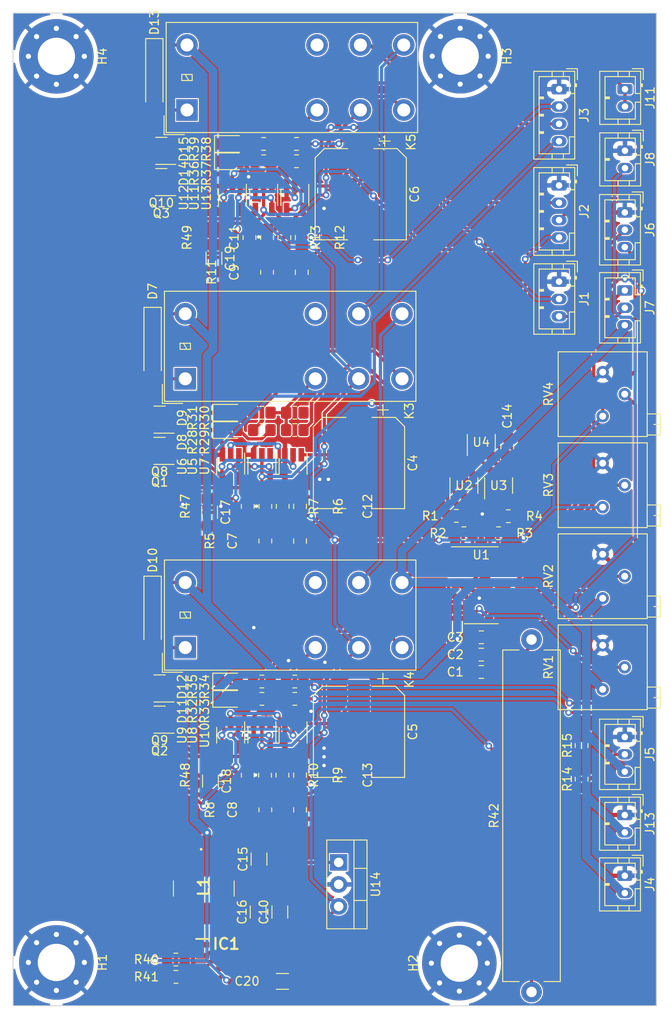
<source format=kicad_pcb>
(kicad_pcb (version 20221018) (generator pcbnew)
  (layers (0 "F.Cu" signal) (31 "B.Cu" signal) (34 "B.Paste" user) (35 "F.Paste" user) (36 "B.SilkS" user "B.Silkscreen") (37 "F.SilkS" user "F.Silkscreen") (38 "B.Mask" user) (39 "F.Mask" user) (44 "Edge.Cuts" user))
  (net 0 "")
  (net 1 "GND")
  (net 2 "Brake_V")
  (net 3 "+24V")
  (net 4 "Net-(C4-Pad1)")
  (net 5 "Net-(C5-Pad1)")
  (net 6 "Net-(C6-Pad1)")
  (net 7 "Net-(K3-Pad2)")
  (net 8 "Net-(K3-Pad4)")
  (net 10 "Net-(K4-Pad2)")
  (net 11 "Net-(K4-Pad4)")
  (net 13 "Net-(K5-Pad2)")
  (net 14 "Net-(K5-Pad4)")
  (net 15 "Net-(D7-Pad2)")
  (net 16 "Net-(D8-Pad2)")
  (net 17 "Net-(D9-Pad2)")
  (net 18 "Net-(D10-Pad2)")
  (net 19 "Net-(D11-Pad2)")
  (net 20 "Net-(D12-Pad2)")
  (net 21 "Net-(D13-Pad2)")
  (net 22 "Net-(D14-Pad2)")
  (net 23 "Net-(D15-Pad2)")
  (net 24 "BMS_Dash")
  (net 25 "IMD_Dash")
  (net 26 "BMS_Button_LED")
  (net 27 "IMD_Button_LED")
  (net 28 "BSPD_Button_LED")
  (net 30 "+5V")
  (net 31 "BMS_Button")
  (net 32 "IMD_Button")
  (net 33 "BSPD_Button")
  (net 34 "IMD_Fault")
  (net 35 "BMS_Fault")
  (net 36 "SC_Out")
  (net 37 "/BMS_Relay_Control/SC_Out")
  (net 38 "/BSPC_Relay_Control/SC_Out")
  (net 39 "Net-(Q1-Pad1)")
  (net 40 "Net-(Q1-Pad3)")
  (net 41 "Net-(Q2-Pad1)")
  (net 42 "Net-(Q2-Pad3)")
  (net 43 "Net-(Q3-Pad1)")
  (net 44 "Net-(Q3-Pad3)")
  (net 45 "/BSPC_Relay_Control/Relay_In")
  (net 46 "/IMD_Latch/Latch_Out")
  (net 47 "/BMS_Latch/Latch_Out")
  (net 48 "Net-(R1-Pad1)")
  (net 49 "Net-(R2-Pad1)")
  (net 50 "Net-(R3-Pad1)")
  (net 51 "Net-(R4-Pad1)")
  (net 52 "Net-(RV1-Pad2)")
  (net 53 "Net-(RV2-Pad2)")
  (net 54 "Net-(RV3-Pad2)")
  (net 55 "Net-(RV4-Pad2)")
  (net 56 "Net-(U3-Pad4)")
  (net 57 "Net-(U2-Pad4)")
  (net 58 "/BSPD/BSPD_Fault")
  (net 59 "Net-(U10-Pad4)")
  (net 60 "Net-(U6-Pad2)")
  (net 61 "Net-(U12-Pad2)")
  (net 62 "Isense_I")
  (net 63 "/+VCC")
  (net 64 "Net-(IC1-Pad2)")
  (net 65 "Net-(IC1-Pad3)")
  (net 67 "/BSPC_Relay_Control/Dash_Led")
  (net 68 "/IMD_Latch/Latch_In")
  (footprint "Capacitor_SMD:C_1206_3216Metric_Pad1.33x1.80mm_HandSolder" (layer "F.Cu") (at 105.9 137.4 90)
    (fp_text reference "C16")
    (fp_text value "2.2u")
  )
  (footprint "Capacitor_SMD:C_1206_3216Metric_Pad1.33x1.80mm_HandSolder" (layer "F.Cu") (at 100.4 122.3 -90)
    (fp_text reference "C18")
    (fp_text value "10u")
  )
  (footprint "Potentiometer_THT:Potentiometer_Bourns_3296P_Horizontal" (layer "F.Cu") (at 145.63 80.215 180)
    (fp_text reference "RV4")
    (fp_text value "R_POT")
  )
  (footprint "MountingHole:MountingHole_4.3mm_M4_Pad_Via" (layer "F.Cu") (at 129.1 143.3 90)
    (fp_text reference "H2")
    (fp_text value "MountingHole")
  )
  (footprint "MountingHole:MountingHole_4.3mm_M4_Pad_Via" (layer "F.Cu") (at 82.63 143.215 -90)
    (fp_text reference "H1")
    (fp_text value "MountingHole")
  )
  (footprint "Package_TO_SOT_SMD:SOT-23-5_HandSoldering" (layer "F.Cu") (at 102.73 86.015 -90)
    (fp_text reference "U6")
    (fp_text value "74AHC1G00")
  )
  (footprint "Capacitor_SMD:C_0805_2012Metric_Pad1.18x1.45mm_HandSolder" (layer "F.Cu") (at 110.73 90.615 90)
    (fp_text reference "C12")
    (fp_text value "10n")
  )
  (footprint "Capacitor_SMD:C_1206_3216Metric_Pad1.33x1.80mm_HandSolder" (layer "F.Cu") (at 106 131.3 90)
    (fp_text reference "C15")
    (fp_text value "10u")
  )
  (footprint "Capacitor_SMD:CP_Elec_10x10" (layer "F.Cu") (at 117.73 54.615 -90)
    (fp_text reference "C6")
    (fp_text value "470u")
  )
  (footprint "Resistor_SMD:R_0805_2012Metric_Pad1.20x1.40mm_HandSolder" (layer "F.Cu") (at 110.13 81.815)
    (fp_text reference "R29")
    (fp_text value "100")
  )
  (footprint "Package_TO_SOT_SMD:SOT-23" (layer "F.Cu") (at 94.53 84.215 180)
    (fp_text reference "Q1")
    (fp_text value "2N7002")
  )
  (footprint "Package_TO_SOT_SMD:SOT-23" (layer "F.Cu") (at 94.73 53.215 180)
    (fp_text reference "Q3")
    (fp_text value "2N7002")
  )
  (footprint "Resistor_SMD:R_0805_2012Metric_Pad1.20x1.40mm_HandSolder" (layer "F.Cu") (at 106.93 63.615 -90)
    (fp_text reference "R11")
    (fp_text value "1K")
  )
  (footprint "Resistor_SMD:R_0805_2012Metric_Pad1.20x1.40mm_HandSolder" (layer "F.Cu") (at 104.7 90.615 90)
    (fp_text reference "R47")
    (fp_text value "10K")
  )
  (footprint "Capacitor_SMD:C_0805_2012Metric_Pad1.18x1.45mm_HandSolder" (layer "F.Cu") (at 110.73 121.615 90)
    (fp_text reference "C13")
    (fp_text value "10n")
  )
  (footprint "Relay_THT:Relay_DPDT_Omron_G2RL" (layer "F.Cu") (at 97.4925 106.9025)
    (fp_text reference "K4")
    (fp_text value "G2RL-24-DC24")
  )
  (footprint "Capacitor_SMD:C_0805_2012Metric_Pad1.18x1.45mm_HandSolder" (layer "F.Cu") (at 110.93 59.615 90)
    (fp_text reference "C11")
    (fp_text value "10n")
  )
  (footprint "Capacitor_SMD:C_0805_2012Metric_Pad1.18x1.45mm_HandSolder" (layer "F.Cu") (at 110.93 63.615 -90)
    (fp_text reference "C9")
    (fp_text value "100n")
  )
  (footprint "Package_TO_SOT_SMD:SOT-23-5_HandSoldering" (layer "F.Cu") (at 106.33 86.015 -90)
    (fp_text reference "U5")
    (fp_text value "74AHC1G04")
  )
  (footprint "Package_TO_SOT_SMD:SOT-23-5_HandSoldering" (layer "F.Cu") (at 102.93 55.015 -90)
    (fp_text reference "U12")
    (fp_text value "74AHC1G00")
  )
  (footprint "Potentiometer_THT:Potentiometer_Bourns_3296P_Horizontal" (layer "F.Cu") (at 145.63 101.215 180)
    (fp_text reference "RV2")
    (fp_text value "R_POT")
  )
  (footprint "Package_TO_SOT_SMD:SOT-23-5_HandSoldering" (layer "F.Cu") (at 133.63 88.215 90)
    (fp_text reference "U3")
    (fp_text value "74AHC1G32")
  )
  (footprint "Capacitor_SMD:CP_Elec_10x10" (layer "F.Cu") (at 117.53 116.615 -90)
    (fp_text reference "C5")
    (fp_text value "470u")
  )
  (footprint "Capacitor_SMD:C_0805_2012Metric_Pad1.18x1.45mm_HandSolder" (layer "F.Cu") (at 131.63 107.715)
    (fp_text reference "C2")
    (fp_text value "0.1uF")
  )
  (footprint "Resistor_SMD:R_0805_2012Metric_Pad1.20x1.40mm_HandSolder" (layer "F.Cu") (at 96.4165 142.88)
    (fp_text reference "R40")
    (fp_text value "10k")
  )
  (footprint "Resistor_SMD:R_0805_2012Metric_Pad1.20x1.40mm_HandSolder" (layer "F.Cu") (at 106.93 59.615 -90)
    (fp_text reference "R13")
    (fp_text value "10K")
  )
  (footprint "Package_TO_SOT_SMD:SOT-23-5_HandSoldering" (layer "F.Cu") (at 109.93 86.015 -90)
    (fp_text reference "U7")
    (fp_text value "74AHC1G00")
  )
  (footprint "Resistor_SMD:R_0805_2012Metric_Pad1.20x1.40mm_HandSolder" (layer "F.Cu") (at 108.7 121.615 -90)
    (fp_text reference "R9")
    (fp_text value "10K")
  )
  (footprint "Relay_THT:Relay_DPDT_Omron_G2RL" (layer "F.Cu") (at 97.6925 44.9025)
    (fp_text reference "K5")
    (fp_text value "G2RL-24-DC24")
  )
  (footprint "Resistor_SMD:R_0805_2012Metric_Pad1.20x1.40mm_HandSolder" (layer "F.Cu") (at 110.33 50.815)
    (fp_text reference "R37")
    (fp_text value "100")
  )
  (footprint "Package_TO_SOT_SMD:SOT-23" (layer "F.Cu") (at 94.53 80.615 180)
    (fp_text reference "Q8")
    (fp_text value "2N7002")
  )
  (footprint "Resistor_SMD:R_0805_2012Metric_Pad1.20x1.40mm_HandSolder" (layer "F.Cu") (at 128.75 91.715 180)
    (fp_text reference "R1")
    (fp_text value "1k")
  )
  (footprint "Resistor_SMD:R_0805_2012Metric_Pad1.20x1.40mm_HandSolder" (layer "F.Cu") (at 106.33 81.815)
    (fp_text reference "R28")
    (fp_text value "680")
  )
  (footprint "Capacitor_SMD:C_0805_2012Metric_Pad1.18x1.45mm_HandSolder" (layer "F.Cu") (at 134.63 83.715 90)
    (fp_text reference "C14")
    (fp_text value "10n")
  )
  (footprint "MountingHole:MountingHole_4.3mm_M4_Pad_Via" (layer "F.Cu") (at 129.2 38.7 90)
    (fp_text reference "H3")
    (fp_text value "MountingHole")
  )
  (footprint "Package_TO_SOT_SMD:SOT-23" (layer "F.Cu") (at 94.53 111.615 180)
    (fp_text reference "Q9")
    (fp_text value "2N7002")
  )
  (footprint "Resistor_SMD:R_0805_2012Metric_Pad1.20x1.40mm_HandSolder" (layer "F.Cu") (at 106.53 50.815)
    (fp_text reference "R36")
    (fp_text value "680")
  )
  (footprint "Potentiometer_THT:Potentiometer_Bourns_3296P_Horizontal" (layer "F.Cu") (at 145.63 90.715 180)
    (fp_text reference "RV3")
    (fp_text value "R_POT")
  )
  (footprint "Capacitor_SMD:C_0805_2012Metric_Pad1.18x1.45mm_HandSolder" (layer "F.Cu") (at 131.63 109.715)
    (fp_text reference "C1")
    (fp_text value "0.1uF")
  )
  (footprint "Capacitor_SMD:C_1206_3216Metric_Pad1.33x1.80mm_HandSolder" (layer "F.Cu") (at 100.8 62 -90)
    (fp_text reference "C19")
    (fp_text value "10u")
  )
  (footprint "Resistor_SMD:R_0805_2012Metric_Pad1.20x1.40mm_HandSolder" (layer "F.Cu") (at 106.53 48.815 180)
    (fp_text reference "R39")
    (fp_text value "680")
  )
  (footprint "Package_TO_SOT_SMD:SOT-23-5_HandSoldering" (layer "F.Cu") (at 131.63 83.215 90)
    (fp_text reference "U4")
    (fp_text value "74AHC1G00")
  )
  (footprint "Resistor_SMD:R_0805_2012Metric_Pad1.20x1.40mm_HandSolder" (layer "F.Cu") (at 106.73 125.615 -90)
    (fp_text reference "R8")
    (fp_text value "1K")
  )
  (footprint "Capacitor_SMD:C_0805_2012Metric_Pad1.18x1.45mm_HandSolder" (layer "F.Cu") (at 110.73 94.615 -90)
    (fp_text reference "C7")
    (fp_text value "100n")
  )
  (footprint "Potentiometer_THT:Potentiometer_Bourns_3296P_Horizontal" (layer "F.Cu") (at 145.63 111.715 180)
    (fp_text reference "RV1")
    (fp_text value "R_POT")
  )
  (footprint "Resistor_SMD:R_0805_2012Metric_Pad1.20x1.40mm_HandSolder" (layer "F.Cu") (at 104.9 59.615 90)
    (fp_text reference "R49")
    (fp_text value "10K")
  )
  (footprint "Resistor_SMD:R_0805_2012Metric_Pad1.20x1.40mm_HandSolder" (layer "F.Cu") (at 143.2 122.075 90)
    (fp_text reference "R14")
    (fp_text value "39k")
  )
  (footprint "Package_TO_SOT_SMD:SOT-23-5_HandSoldering" (layer "F.Cu") (at 109.93 117.015 -90)
    (fp_text reference "U10")
    (fp_text value "74AHC1G00")
  )
  (footprint "Package_TO_SOT_SMD:SOT-23" (layer "F.Cu") (at 94.73 49.615 180)
    (fp_text reference "Q10")
    (fp_text value "2N7002")
  )
  (footprint "Capacitor_SMD:C_1206_3216Metric_Pad1.33x1.80mm_HandSolder" (layer "F.Cu") (at 108.7 145.4)
    (fp_text reference "C20")
    (fp_text value "10u")
  )
  (footprint "Resistor_SMD:R_0805_2012Metric_Pad1.20x1.40mm_HandSolder" (layer "F.Cu") (at 134.75 91.75)
    (fp_text reference "R4")
    (fp_text value "1k")
  )
  (footprint "Connector_JST:JST_PH_B2B-PH-K_1x02_P2.00mm_Vertical" (layer "F.Cu") (at 148.18 126.215 -90)
    (fp_text reference "J13")
    (fp_text value "HV_Board_PWR")
  )
  (footprint "Capacitor_SMD:CP_Elec_10x10" (layer "F.Cu") (at 117.53 85.615 -90)
    (fp_text reference "C4")
    (fp_text value "470u")
  )
  (footprint "Connector_JST:JST_PH_B3B-PH-K_1x03_P2.00mm_Vertical" (layer "F.Cu") (at 148.18 56.715 -90)
    (fp_text reference "J6")
    (fp_text value "BMS")
  )
  (footprint "Resistor_SMD:R_0805_2012Metric_Pad1.20x1.40mm_HandSolder" (layer "F.Cu") (at 104.7 121.615 90)
    (fp_text reference "R48")
    (fp_text value "10K")
  )
  (footprint "Connector_JST:JST_PH_B2B-PH-K_1x02_P2.00mm_Vertical" (layer "F.Cu") (at 148.2 42.5 -90)
    (fp_text reference "J11")
    (fp_text value "SC")
  )
  (footprint "Package_TO_SOT_SMD:SOT-23-5_HandSoldering" (layer "F.Cu") (at 106.33 117.015 -90)
    (fp_text reference "U8")
    (fp_text value "74AHC1G04")
  )
  (footprint "Connector_JST:JST_PH_B3B-PH-K_1x03_P2.00mm_Vertical" (layer "F.Cu") (at 148.18 65.715 -90)
    (fp_text reference "J7")
    (fp_text value "Isense")
  )
  (footprint "MountingHole:MountingHole_4.3mm_M4_Pad_Via" (layer "F.Cu") (at 82.63 38.715 -90)
    (fp_text reference "H4")
    (fp_text value "MountingHole")
  )
  (footprint "Capacitor_SMD:C_1206_3216Metric_Pad1.33x1.80mm_HandSolder" (layer "F.Cu") (at 100.3 91.3 -90)
    (fp_text reference "C17")
    (fp_text value "10u")
  )
  (footprint "Connector_JST:JST_PH_B3B-PH-K_1x03_P2.00mm_Vertical" (layer "F.Cu") (at 148.18 117.215 -90)
    (fp_text reference "J5")
    (fp_text value "IMD")
  )
  (footprint "Resistor_SMD:R_0805_2012Metric_Pad1.20x1.40mm_HandSolder" (layer "F.Cu") (at 133.63 93.715)
    (fp_text reference "R3")
    (fp_text value "1k")
  )
  (footprint "Resistor_SMD:R_0805_2012Metric_Pad1.20x1.40mm_HandSolder" (layer "F.Cu") (at 110.13 110.815)
    (fp_text reference "R34")
    (fp_text value "680")
  )
  (footprint "Capacitor_SMD:C_0805_2012Metric_Pad1.18x1.45mm_HandSolder" (layer "F.Cu") (at 110.73 125.615 -90)
    (fp_text reference "C8")
    (fp_text value "100n")
  )
  (footprint "Resistor_SMD:R_0805_2012Metric_Pad1.20x1.40mm_HandSolder" (layer "F.Cu") (at 106.33 110.815 180)
    (fp_text reference "R35")
    (fp_text value "680")
  )
  (footprint "Diode_SMD:D_0805_2012Metric_Pad1.15x1.40mm_HandSolder" (layer "F.Cu") (at 102.53 81.815)
    (fp_text reference "D8")
    (fp_text value "GREEN")
  )
  (footprint "Connector_JST:JST_PH_B2B-PH-K_1x02_P2.00mm_Vertical" (layer "F.Cu") (at 148.18 133.215 -90)
    (fp_text reference "J4")
    (fp_text value "PWR")
  )
  (footprint "Resistor_SMD:R_0805_2012Metric_Pad1.20x1.40mm_HandSolder" (layer "F.Cu") (at 106.73 90.615 -90)
    (fp_text reference "R7")
    (fp_text value "10K")
  )
  (footprint "Package_TO_SOT_SMD:SOT-23-5_HandSoldering" (layer "F.Cu") (at 129.63 88.215 90)
    (fp_text reference "U2")
    (fp_text value "74AHC1G32")
  )
  (footprint "Resistor_SMD:R_0805_2012Metric_Pad1.20x1.40mm_HandSolder" (layer "F.Cu") (at 110.13 79.815)
    (fp_text reference "R30")
    (fp_text value "680")
  )
  (footprint "Resistor_THT:R_Axial_Power_L38.0mm_W6.4mm_P40.64mm" (layer "F.Cu") (at 137.425 146.62 90)
    (fp_text reference "R42")
    (fp_text value "80")
  )
  (footprint "Resistor_SMD:R_0805_2012Metric_Pad1.20x1.40mm_HandSolder" (layer "F.Cu") (at 129.63 93.715 180)
    (fp_text reference "R2")
    (fp_text value "1k")
  )
  (footprint "Connector_JST:JST_PH_B2B-PH-K_1x02_P2.00mm_Vertical" (layer "F.Cu") (at 148.2 49.6 -90)
    (fp_text reference "J8")
    (fp_text value "BRAKE_V")
  )
  (footprint "Package_TO_SOT_THT:TO-220-3_Vertical" (layer "F.Cu") (at 115.185 131.675 -90)
    (fp_text reference "U14")
    (fp_text value "LM7805_TO220")
  )
  (footprint "Resistor_SMD:R_0805_2012Metric_Pad1.20x1.40mm_HandSolder" (layer "F.Cu") (at 110.13 112.815)
    (fp_text reference "R33")
    (fp_text value "100")
  )
  (footprint "Resistor_SMD:R_0805_2012Metric_Pad1.20x1.40mm_HandSolder" (layer "F.Cu") (at 143.2 118.2 90)
    (fp_text reference "R15")
    (fp_text value "10k")
  )
  (footprint "Diode_SMD:D_0805_2012Metric_Pad1.15x1.40mm_HandSolder" (layer "F.Cu") (at 102.73 50.815)
    (fp_text reference "D14")
    (fp_text value "GREEN")
  )
  (footprint "Relay_THT:Relay_DPDT_Omron_G2RL" (layer "F.Cu") (at 97.4925 75.9025)
    (fp_text reference "K3")
    (fp_text value "G2RL-24-DC24")
  )
  (footprint "SamacSys_Parts:RLS686" (layer "F.Cu") (at 99.63 134.815 -90)
    (fp_text reference "L1")
    (fp_text value "68u" hide)
  )
  (footprint "Connector_JST:JST_PH_B4B-PH-K_1x04_P2.00mm_Vertical" (layer "F.Cu") (at 140.6 53.6 -90)
    (fp_text reference "J2")
    (fp_text value "Button_LED")
  )
  (footprint "Package_TO_SOT_SMD:SOT-23-5_HandSoldering" (layer "F.Cu") (at 102.73 117.015 -90)
    (fp_text reference "U9")
    (fp_text value "74AHC1G00")
  )
  (footprint "Resistor_SMD:R_0805_2012Metric_Pad1.20x1.40mm_HandSolder" (layer "F.Cu") (at 106.33 79.815 180)
    (fp_text reference "R31")
    (fp_text value "680")
  )
  (footprint "Diode_SMD:D_MiniMELF_Handsoldering" (layer "F.Cu") (at 93.73 103.215 -90)
    (fp_text reference "D10")
    (fp_text value "1N4001")
  )
  (footprint "Resistor_SMD:R_0805_2012Metric_Pad1.20x1.40mm_HandSolder" (layer "F.Cu") (at 106.73 94.615 -90)
    (fp_text reference "R5")
    (fp_text value "1K")
  )
  (footprint "Connector_JST:JST_PH_B4B-PH-K_1x04_P2.00mm_Vertical" (layer "F.Cu") (at 140.6 42.5 -90)
    (fp_text reference "J3")
    (fp_text value "Reset_Button")
  )
  (footprint "Package_SO:SOIC-14_3.9x8.7mm_P1.27mm" (layer "F.Cu") (at 131.63 99.715)
    (fp_text reference "U1")
    (fp_text value "LM339")
  )
  (footprint "Resistor_SMD:R_0805_2012Metric_Pad1.20x1.40mm_HandSolder" (layer "F.Cu") (at 106.7 121.615 -90)
    (fp_text reference "R10")
    (fp_text value "10K")
  )
  (footprint "Resistor_SMD:R_0805_2012Metric_Pad1.20x1.40mm_HandSolder" (layer "F.Cu") (at 110.33 48.815)
    (fp_text reference "R38")
    (fp_text value "680")
  )
  (footprint "Capacitor_SMD:C_1206_3216Metric_Pad1.33x1.80mm_HandSolder" (layer "F.Cu") (at 108.4 137.4 90)
    (fp_text reference "C10")
    (fp_text value "10u")
  )
  (footprint "Package_TO_SOT_SMD:SOT-23-5_HandSoldering" (layer "F.Cu") (at 110.13 55.015 -90)
    (fp_text reference "U13")
    (fp_text value "74AHC1G00")
  )
  (footprint "Resistor_SMD:R_0805_2012Metric_Pad1.20x1.40mm_HandSolder" (layer "F.Cu") (at 108.73 90.615 -90)
    (fp_text reference "R6")
    (fp_text value "10K")
  )
  (footprint "Diode_SMD:D_0805_2012Metric_Pad1.15x1.40mm_HandSolder" (layer "F.Cu") (at 102.73 48.815)
    (fp_text reference "D15")
    (fp_text value "RED")
  )
  (footprint "SamacSys_Parts:SOIC127P600X170-9N" (layer "F.Cu") (at 102.2165 143.08)
    (fp_text reference "IC1")
    (fp_text value "THS3095DDA" hide)
  )
  (footprint "Diode_SMD:D_0805_2012Metric_Pad1.15x1.40mm_HandSolder" (layer "F.Cu") (at 102.53 112.815)
    (fp_text reference "D11")
    (fp_text value "GREEN")
  )
  (footprint "Resistor_SMD:R_0805_2012Metric_Pad1.20x1.40mm_HandSolder" (layer "F.Cu") (at 106.33 112.815)
    (fp_text reference "R32")
    (fp_text value "680")
  )
  (footprint "Resistor_SMD:R_0805_2012Metric_Pad1.20x1.40mm_HandSolder" (layer "F.Cu") (at 96.4165 144.88 180)
    (fp_text reference "R41")
    (fp_text value "10k")
  )
  (footprint "Package_TO_SOT_SMD:SOT-23-5_HandSoldering" (layer "F.Cu") (at 106.53 55.015 -90)
    (fp_text reference "U11")
    (fp_text value "74AHC1G04")
  )
  (footprint "Package_TO_SOT_SMD:SOT-23" (layer "F.Cu") (at 94.53 115.215 180)
    (fp_text reference "Q2")
    (fp_text value "2N7002")
  )
  (footprint "Resistor_SMD:R_0805_2012Metric_Pad1.20x1.40mm_HandSolder" (layer "F.Cu") (at 108.93 59.615 -90)
    (fp_text reference "R12")
    (fp_text value "10K")
  )
  (footprint "Diode_SMD:D_MiniMELF_Handsoldering" (layer "F.Cu") (at 93.93 41.215 -90)
    (fp_text reference "D13")
    (fp_text value "1N4001")
  )
  (footprint "Capacitor_SMD:C_0805_2012Metric_Pad1.18x1.45mm_HandSolder" (layer "F.Cu") (at 131.63 105.715)
    (fp_text reference "C3")
    (fp_text value "0.1uF")
  )
  (footprint "Diode_SMD:D_0805_2012Metric_Pad1.15x1.40mm_HandSolder" (layer "F.Cu") (at 102.53 79.815)
    (fp_text reference "D9")
    (fp_text value "RED")
  )
  (footprint "Diode_SMD:D_0805_2012Metric_Pad1.15x1.40mm_HandSolder" (layer "F.Cu") (at 102.53 110.815)
    (fp_text reference "D12")
    (fp_text value "RED")
  )
  (footprint "Connector_JST:JST_PH_B3B-PH-K_1x03_P2.00mm_Vertical" (layer "F.Cu") (at 140.6 64.7 -90)
    (fp_text reference "J1")
    (fp_text value "Dash_LED")
  )
  (footprint "Diode_SMD:D_MiniMELF_Handsoldering" (layer "F.Cu") (at 93.73 72.215 -90)
    (fp_text reference "D7")
    (fp_text value "1N4001")
  )
  (gr_rect (start 77.63 33.715) (end 151.83 148.215) (stroke (width 0.1)) (fill none) (layer "Edge.Cuts"))
  (segment (start 105.38 83.881) (end 105.92998 83.33102) (width 0.375) (layer "F.Cu") (net 1))
  (segment (start 147.985 65.715) (end 146.4 67.3) (width 0.375) (layer "F.Cu") (net 1))
  (segment (start 105.92998 83.33102) (end 107.46898 83.33102) (width 0.375) (layer "F.Cu") (net 1))
  (segment (start 132.58 84.565) (end 132.58 83.781) (width 0.375) (layer "F.Cu") (net 1))
  (segment (start 105.58 53.38) (end 104.8 52.6) (width 0.375) (layer "F.Cu") (net 1))
  (segment (start 132.58 83.781) (end 132.2695 83.4705) (width 0.375) (layer "F.Cu") (net 1))
  (segment (start 105.38 114.881) (end 105.861 114.4) (width 0.375) (layer "F.Cu") (net 1))
  (segment (start 105.38 115.665) (end 105.38 114.881) (width 0.375) (layer "F.Cu") (net 1))
  (segment (start 105.8905 52.5705) (end 108.0855 52.5705) (width 0.375) (layer "F.Cu") (net 1))
  (segment (start 108.0855 52.5705) (end 109.18 53.665) (width 0.375) (layer "F.Cu") (net 1))
  (segment (start 105.38 84.665) (end 105.38 83.881) (width 0.375) (layer "F.Cu") (net 1))
  (segment (start 104.9 60.604418) (end 105.961444 59.542974) (width 0.375) (layer "F.Cu") (net 1))
  (segment (start 107.389544 114.4) (end 107.804044 113.9855) (width 0.375) (layer "F.Cu") (net 1))
  (segment (start 108.4855 113.9855) (end 108.98 114.48) (width 0.375) (layer "F.Cu") (net 1))
  (segment (start 105.58 53.665) (end 105.58 52.881) (width 0.375) (layer "F.Cu") (net 1))
  (segment (start 104.7 122.5) (end 105.6 121.6) (width 0.375) (layer "F.Cu") (net 1))
  (segment (start 105.861 114.4) (end 107.389544 114.4) (width 0.375) (layer "F.Cu") (net 1))
  (segment (start 148.18 65.715) (end 147.985 65.715) (width 0.375) (layer "F.Cu") (net 1))
  (segment (start 107.804044 113.9855) (end 108.4855 113.9855) (width 0.375) (layer "F.Cu") (net 1))
  (segment (start 130.58 89.565) (end 131.685 89.565) (width 0.375) (layer "F.Cu") (net 1))
  (segment (start 107.46898 83.33102) (end 107.856144 82.943856) (width 0.375) (layer "F.Cu") (net 1))
  (segment (start 107.856144 82.943856) (end 108.543856 82.943856) (width 0.375) (layer "F.Cu") (net 1))
  (segment (start 108.98 114.48) (end 108.98 115.665) (width 0.375) (layer "F.Cu") (net 1))
  (segment (start 104.7 91.6) (end 105.7 90.6) (width 0.375) (layer "F.Cu") (net 1))
  (segment (start 132.2695 83.4705) (end 129.9705 83.4705) (width 0.375) (layer "F.Cu") (net 1))
  (segment (start 108.543856 82.943856) (end 108.98 83.38) (width 0.375) (layer "F.Cu") (net 1))
  (segment (start 105.58 52.881) (end 105.8905 52.5705) (width 0.375) (layer "F.Cu") (net 1))
  (segment (start 108.98 83.38) (end 108.98 84.665) (width 0.375) (layer "F.Cu") (net 1))
  (via (at 105.961444 59.542974) (size 0.8) (drill 0.4) (layers "F.Cu" "B.Cu") (net 1))
  (via (at 104.8 52.6) (size 0.8) (drill 0.4) (layers "F.Cu" "B.Cu") (net 1))
  (via (at 113.5 56.25) (size 0.8) (drill 0.4) (layers "F.Cu" "B.Cu") (net 1))
  (via (at 101.6 121.6) (size 0.8) (drill 0.4) (layers "F.Cu" "B.Cu") (net 1))
  (via (at 105.7 90.6) (size 0.8) (drill 0.4) (layers "F.Cu" "B.Cu") (net 1))
  (via (at 112 114.25) (size 0.8) (drill 0.4) (layers "F.Cu" "B.Cu") (net 1))
  (via (at 113.6 108.6) (size 0.8) (drill 0.4) (layers "F.Cu" "B.Cu") (net 1))
  (via (at 97.2 90.4) (size 0.8) (drill 0.4) (layers "F.Cu" "B.Cu") (net 1))
  (via (at 113.5 119.5) (size 0.8) (drill 0.4) (layers "F.Cu" "B.Cu") (net 1))
  (via (at 131.75 91.5) (size 0.8) (drill 0.4) (layers "F.Cu" "B.Cu") (net 1))
  (via (at 113.5 120.5) (size 0.8) (drill 0.4) (layers "F.Cu" "B.Cu") (net 1))
  (via (at 101.6 90.6) (size 0.8) (drill 0.4) (layers "F.Cu" "B.Cu") (net 1))
  (via (at 105.4 104.6) (size 0.8) (drill 0.4) (layers "F.Cu" "B.Cu") (net 1))
  (via (at 109.4 108.4) (size 0.8) (drill 0.4) (layers "F.Cu" "B.Cu") (net 1))
  (via (at 105.6 121.6) (size 0.8) (drill 0.4) (layers "F.Cu" "B.Cu") (net 1))
  (via (at 113 87.5) (size 0.8) (drill 0.4) (layers "F.Cu" "B.Cu") (net 1))
  (via (at 113.5 118.5) (size 0.8) (drill 0.4) (layers "F.Cu" "B.Cu") (net 1))
  (via (at 131.4 101.2) (size 0.8) (drill 0.4) (layers "F.Cu" "B.Cu") (net 1))
  (via (at 114 87.5) (size 0.8) (drill 0.4) (layers "F.Cu" "B.Cu") (net 1))
  (segment (start 142.5 102.25) (end 134.11 102.25) (width 0.375) (layer "F.Cu") (net 2))
  (segment (start 130.5925 107.715) (end 131.4945 106.813) (width 0.375) (layer "F.Cu") (net 2))
  (segment (start 134.105 102.255) (end 134.105 100.985) (width 0.375) (layer "F.Cu") (net 2))
  (segment (start 132.745 102.255) (end 134.105 102.255) (width 0.375) (layer "F.Cu") (net 2))
  (segment (start 131.4945 103.5055) (end 132.745 102.255) (width 0.375) (layer "F.Cu") (net 2))
  (segment (start 131.4945 106.813) (end 131.4945 103.5055) (width 0.375) (layer "F.Cu") (net 2))
  (via (at 142.5 102.25) (size 0.8) (drill 0.4) (layers "F.Cu" "B.Cu") (net 2))
  (segment (start 146.9905 52.9045) (end 148.18 51.715) (width 0.375) (layer "B.Cu") (net 2))
  (segment (start 142.5 102.25) (end 142.5 101) (width 0.375) (layer "B.Cu") (net 2))
  (segment (start 149.3695 69.336202) (end 148.833798 68.8005) (width 0.375) (layer "B.Cu") (net 2))
  (segment (start 142.5 101) (end 149.3695 94.1305) (width 0.375) (layer "B.Cu") (net 2))
  (segment (start 149.3695 94.1305) (end 149.3695 69.336202) (width 0.375) (layer "B.Cu") (net 2))
  (segment (start 147.697202 68.8005) (end 146.9905 68.093798) (width 0.375) (layer "B.Cu") (net 2))
  (segment (start 146.9905 68.093798) (end 146.9905 52.9045) (width 0.375) (layer "B.Cu") (net 2))
  (segment (start 148.833798 68.8005) (end 147.697202 68.8005) (width 0.375) (layer "B.Cu") (net 2))
  (segment (start 106 132.8625) (end 105.2025 132.065) (width 0.375) (layer "F.Cu") (net 3))
  (segment (start 123.45 98.445) (end 122.4925 99.4025) (width 0.508) (layer "F.Cu") (net 3))
  (segment (start 100 128.25) (end 100 131.695) (width 1) (layer "F.Cu") (net 3))
  (segment (start 129.155 98.445) (end 123.45 98.445) (width 0.508) (layer "F.Cu") (net 3))
  (segment (start 94.9925 37.4025) (end 93.93 38.465) (width 0.375) (layer "F.Cu") (net 3))
  (segment (start 97.6925 37.4025) (end 94.9925 37.4025) (width 0.375) (layer "F.Cu") (net 3))
  (segment (start 94 143) (end 95.2965 143) (width 0.375) (layer "F.Cu") (net 3))
  (segment (start 97.4925 68.4025) (end 94.7925 68.4025) (width 0.375) (layer "F.Cu") (net 3))
  (segment (start 94.7925 68.4025) (end 93.73 69.465) (width 0.375) (layer "F.Cu") (net 3))
  (segment (start 104.9285 141.175) (end 104.9285 142.445) (width 0.375) (layer "F.Cu") (net 3))
  (segment (start 94.7925 99.4025) (end 93.73 100.465) (width 0.375) (layer "F.Cu") (net 3))
  (segment (start 103 146) (end 106.5375 146) (width 0.375) (layer "F.Cu") (net 3))
  (segment (start 102.9555 145.25) (end 103.8515 144.354) (width 0.375) (layer "F.Cu") (net 3))
  (segment (start 106.5375 146) (end 107.1375 145.4) (width 0.375) (layer "F.Cu") (net 3))
  (segment (start 102.25 145.25) (end 102.9555 145.25) (width 0.375) (layer "F.Cu") (net 3))
  (segment (start 103.8515 144.354) (end 103.8515 143.0755) (width 0.375) (layer "F.Cu") (net 3))
  (segment (start 105.2025 132.065) (end 99.63 132.065) (width 0.375) (layer "F.Cu") (net 3))
  (segment (start 103.8515 143.0755) (end 104.482 142.445) (width 0.375) (layer "F.Cu") (net 3))
  (segment (start 129.035 105.715) (end 128.875 105.875) (width 1) (layer "F.Cu") (net 3))
  (segment (start 102.25 145.25) (end 103 146) (width 0.375) (layer "F.Cu") (net 3))
  (segment (start 97.4925 99.4025) (end 94.7925 99.4025) (width 0.375) (layer "F.Cu") (net 3))
  (segment (start 130.5925 105.715) (end 129.035 105.715) (width 1) (layer "F.Cu") (net 3))
  (via (at 102.25 145.25) (size 0.8) (drill 0.4) (layers "F.Cu" "B.Cu") (net 3))
  (via (at 94 143) (size 0.8) (drill 0.4) (layers "F.Cu" "B.Cu") (net 3))
  (via (at 128.875 105.875) (size 0.8) (drill 0.4) (layers "F.Cu" "B.Cu") (net 3))
  (via (at 100 128.25) (size 0.8) (drill 0.4) (layers "F.Cu" "B.Cu") (net 3))
  (segment (start 143.75 105) (end 138.1525 99.4025) (width 1) (layer "B.Cu") (net 3))
  (segment (start 143.75 105) (end 143.75 109.835) (width 1) (layer "B.Cu") (net 3))
  (segment (start 102.42 104.33) (end 100 101.91) (width 1) (layer "B.Cu") (net 3))
  (segment (start 100 101.91) (end 100 73.25) (width 1) (layer "B.Cu") (net 3))
  (segment (start 128.875 105.875) (end 124.75 110) (width 1) (layer "B.Cu") (net 3))
  (segment (start 124.75 110) (end 111.25 110) (width 1) (layer "B.Cu") (net 3))
  (segment (start 98.5 126.75) (end 100 128.25) (width 1) (layer "B.Cu") (net 3))
  (segment (start 145.63 101.215) (end 143.75 103.095) (width 1) (layer "B.Cu") (net 3))
  (segment (start 137.3475 99.4025) (end 122.4925 99.4025) (width 1) (layer "B.Cu") (net 3))
  (segment (start 143.75 109.835) (end 143.75 116.79524) (width 1) (layer "B.Cu") (net 3))
  (segment (start 100.703 72.547) (end 100.703 71.613) (width 1) (layer "B.Cu") (net 3))
  (segment (start 138.1525 99.4025) (end 137.3475 99.4025) (width 1) (layer "B.Cu") (net 3))
  (segment (start 111.25 110) (end 109 110) (width 1) (layer "B.Cu") (net 3))
  (segment (start 143.75 109.835) (end 145.63 111.715) (width 1) (layer "B.Cu") (net 3))
  (segment (start 143.75 131.000265) (end 147.964735 135.215) (width 1) (layer "B.Cu") (net 3))
  (segment (start 143.75 124.000265) (end 147.964735 128.215) (width 1) (layer "B.Cu") (net 3))
  (segment (start 100 143) (end 94 143) (width 0.375) (layer "B.Cu") (net 3))
  (segment (start 122.4925 95.7575) (end 122.4925 99.4025) (width 1) (layer "B.Cu") (net 3))
  (segment (start 130.8475 99.4025) (end 128.875 101.375) (width 1) (layer "B.Cu") (net 3))
  (segment (start 143.75 124.000265) (end 143.75 131.000265) (width 1) (layer "B.Cu") (net 3))
  (segment (start 108.09 110) (end 102.42 104.33) (width 1) (layer "B.Cu") (net 3))
  (segment (start 143.75 103.095) (end 143.75 105) (width 1) (layer "B.Cu") (net 3))
  (segment (start 102.25 145.25) (end 100 143) (width 0.375) (layer "B.Cu") (net 3))
  (segment (start 100 143) (end 100 128.25) (width 0.375) (layer "B.Cu") (net 3))
  (segment (start 137.3475 99.4025) (end 130.8475 99.4025) (width 1) (layer "B.Cu") (net 3))
  (segment (start 148.18 70.07) (end 122.4925 95.7575) (width 1) (layer "B.Cu") (net 3))
  (segment (start 148.18 69.715) (end 148.18 70.07) (width 1) (layer "B.Cu") (net 3))
  (segment (start 107.734544 110) (end 109 110) (width 0.375) (layer "B.Cu") (net 3))
  (segment (start 100.703 71.613) (end 97.4925 68.4025) (width 1) (layer "B.Cu") (net 3))
  (segment (start 128.875 101.375) (end 128.875 105.875) (width 1) (layer "B.Cu") (net 3))
  (segment (start 143.75 116.79524) (end 143.75 124.000265) (width 1) (layer "B.Cu") (net 3))
  (segment (start 109 110) (end 108.09 110) (width 1) (layer "B.Cu") (net 3))
  (segment (start 103 110) (end 98.5 114.5) (width 1) (layer "B.Cu") (net 3))
  (segment (start 111.25 110) (end 103 110) (width 1) (layer "B.Cu") (net 3))
  (segment (start 143.75 116.79524) (end 148.16976 121.215) (width 1) (layer "B.Cu") (net 3))
  (segment (start 98.5 114.5) (end 98.5 126.75) (width 1) (layer "B.Cu") (net 3))
  (segment (start 100 73.25) (end 100.703 72.547) (width 1) (layer "B.Cu") (net 3))
  (segment (start 100.703 72.547) (end 100.703 40.413) (width 1) (layer "B.Cu") (net 3))
  (segment (start 102.42 104.33) (end 97.4925 99.4025) (width 1) (layer "B.Cu") (net 3))
  (segment (start 100.703 40.413) (end 97.6925 37.4025) (width 1) (layer "B.Cu") (net 3))
  (segment (start 112.744011 92.010754) (end 112.744011 90.005989) (width 0.375) (layer "F.Cu") (net 4))
  (segment (start 112.744011 90.005989) (end 117.5 85.25) (width 0.375) (layer "F.Cu") (net 4))
  (segment (start 106.73 95.615) (end 107.73 94.615) (width 0.375) (layer "F.Cu") (net 4))
  (segment (start 109.6925 94.615) (end 110.73 93.5775) (width 0.375) (layer "F.Cu") (net 4))
  (segment (start 117.5 85.25) (end 117.5 81.645) (width 0.375) (layer "F.Cu") (net 4))
  (segment (start 107.73 94.615) (end 109.6925 94.615) (width 0.375) (layer "F.Cu") (net 4))
  (segment (start 112.039765 92.715) (end 111.5925 92.715) (width 0.375) (layer "F.Cu") (net 4))
  (segment (start 110.88 84.665) (end 117.335 84.665) (width 0.375) (layer "F.Cu") (net 4))
  (segment (start 110.6925 93.5775) (end 108.73 91.615) (width 0.375) (layer "F.Cu") (net 4))
  (segment (start 111.5925 92.715) (end 110.73 93.5775) (width 0.375) (layer "F.Cu") (net 4))
  (segment (start 112.744011 92.010754) (end 112.039765 92.715) (width 0.375) (layer "F.Cu") (net 4))
  (segment (start 108.7075 126.6) (end 110.73 124.5775) (width 0.375) (layer "F.Cu") (net 5))
  (segment (start 106.745 126.6) (end 108.7075 126.6) (width 0.375) (layer "F.Cu") (net 5))
  (segment (start 115 120.75) (end 115 115.145) (width 0.375) (layer "F.Cu") (net 5))
  (segment (start 108.7675 122.615) (end 110.73 124.5775) (width 0.375) (layer "F.Cu") (net 5))
  (segment (start 110.88 115.665) (end 114.48 115.665) (width 0.375) (layer "F.Cu") (net 5))
  (segment (start 112.744011 123.005989) (end 112.744011 123.010754) (width 0.375) (layer "F.Cu") (net 5))
  (segment (start 112.744011 123.005989) (end 115 120.75) (width 0.375) (layer "F.Cu") (net 5))
  (segment (start 115 115.145) (end 117.53 112.615) (width 0.375) (layer "F.Cu") (net 5))
  (segment (start 111.5925 123.715) (end 110.73 124.5775) (width 0.375) (layer "F.Cu") (net 5))
  (segment (start 112.039765 123.715) (end 111.5925 123.715) (width 0.375) (layer "F.Cu") (net 5))
  (segment (start 114.48 115.665) (end 117.53 112.615) (width 0.375) (layer "F.Cu") (net 5))
  (segment (start 112.744011 123.010754) (end 112.039765 123.715) (width 0.375) (layer "F.Cu") (net 5))
  (segment (start 112.944011 58.055989) (end 112.944011 61.010754) (width 0.375) (layer "F.Cu") (net 6))
  (segment (start 106.93 64.615) (end 107.93 63.615) (width 0.375) (layer "F.Cu") (net 6))
  (segment (start 117.73 53.27) (end 117.73 50.615) (width 0.375) (layer "F.Cu") (net 6))
  (segment (start 112.239765 61.715) (end 111.7925 61.715) (width 0.375) (layer "F.Cu") (net 6))
  (segment (start 107.93 63.615) (end 109.8925 63.615) (width 0.375) (layer "F.Cu") (net 6))
  (segment (start 110.8925 62.5775) (end 108.93 60.615) (width 0.375) (layer "F.Cu") (net 6))
  (segment (start 111.7925 61.715) (end 110.93 62.5775) (width 0.375) (layer "F.Cu") (net 6))
  (segment (start 114.68 53.665) (end 117.73 50.615) (width 0.375) (layer "F.Cu") (net 6))
  (segment (start 112.944011 58.055989) (end 117.73 53.27) (width 0.375) (layer "F.Cu") (net 6))
  (segment (start 111.08 53.665) (end 114.68 53.665) (width 0.375) (layer "F.Cu") (net 6))
  (segment (start 109.8925 63.615) (end 110.93 62.5775) (width 0.375) (layer "F.Cu") (net 6))
  (segment (start 112.944011 61.010754) (end 112.239765 61.715) (width 0.375) (layer "F.Cu") (net 6))
  (segment (start 109.13 79.815) (end 109.13 81.815) (width 0.375) (layer "F.Cu") (net 7))
  (segment (start 109.13 79.815) (end 109.13 79.265) (width 0.375) (layer "F.Cu") (net 7))
  (segment (start 107.33 79.815) (end 109.13 79.815) (width 0.375) (layer "F.Cu") (net 7))
  (segment (start 109.13 79.265) (end 112.4925 75.9025) (width 0.375) (layer "F.Cu") (net 7))
  (segment (start 122.4925 75.9025) (end 119.29 72.7) (width 0.375) (layer "F.Cu") (net 8))
  (segment (start 106.41598 80.72902) (end 105.33 81.815) (width 0.375) (layer "F.Cu") (net 8))
  (segment (start 106.24402 79.303336) (end 106.24402 80.90098) (width 0.375) (layer "F.Cu") (net 8))
  (segment (start 119.29 72.7) (end 112.847356 72.7) (width 0.375) (layer "F.Cu") (net 8))
  (segment (start 112.847356 72.7) (end 106.41598 79.131376) (width 0.375) (layer "F.Cu") (net 8))
  (segment (start 106.24402 80.90098) (end 105.33 81.815) (width 0.375) (layer "F.Cu") (net 8))
  (segment (start 106.41598 79.131376) (end 106.41598 80.72902) (width 0.375) (layer "F.Cu") (net 8))
  (segment (start 109.13 110.815) (end 109.13 110.265) (width 0.375) (layer "F.Cu") (net 10))
  (segment (start 109.13 110.265) (end 112.4925 106.9025) (width 0.375) (layer "F.Cu") (net 10))
  (segment (start 107.33 110.815) (end 109.13 110.815) (width 0.375) (layer "F.Cu") (net 10))
  (segment (start 109.13 110.815) (end 109.13 112.815) (width 0.375) (layer "F.Cu") (net 10))
  (segment (start 111.532356 105.015) (end 106.41598 110.131376) (width 0.375) (layer "F.Cu") (net 11))
  (segment (start 120.605 105.015) (end 111.532356 105.015) (width 0.375) (layer "F.Cu") (net 11))
  (segment (start 106.41598 110.131376) (end 106.41598 111.72902) (width 0.375) (layer "F.Cu") (net 11))
  (segment (start 106.24402 110.303336) (end 106.24402 111.90098) (width 0.375) (layer "F.Cu") (net 11))
  (segment (start 120.605 105.015) (end 122.4925 106.9025) (width 0.375) (layer "F.Cu") (net 11))
  (segment (start 106.24402 111.90098) (end 105.33 112.815) (width 0.375) (layer "F.Cu") (net 11))
  (segment (start 106.41598 111.72902) (end 105.33 112.815) (width 0.375) (layer "F.Cu") (net 11))
  (segment (start 107.53 48.815) (end 109.33 48.815) (width 0.375) (layer "F.Cu") (net 13))
  (segment (start 109.33 48.815) (end 109.33 48.265) (width 0.375) (layer "F.Cu") (net 13))
  (segment (start 109.33 48.815) (end 109.33 50.815) (width 0.375) (layer "F.Cu") (net 13))
  (segment (start 109.33 48.265) (end 112.6925 44.9025) (width 0.375) (layer "F.Cu") (net 13))
  (segment (start 106.44402 48.303336) (end 106.44402 49.90098) (width 0.375) (layer "F.Cu") (net 14))
  (segment (start 111.408867 43.338489) (end 106.44402 48.303336) (width 0.375) (layer "F.Cu") (net 14))
  (segment (start 106.44402 49.90098) (end 105.53 50.815) (width 0.375) (layer "F.Cu") (net 14))
  (segment (start 122.6925 44.9025) (end 121.128489 43.338489) (width 0.375) (layer "F.Cu") (net 14))
  (segment (start 121.128489 43.338489) (end 111.408867 43.338489) (width 0.375) (layer "F.Cu") (net 14))
  (segment (start 93.5925 80.615) (end 93.73 80.4775) (width 0.375) (layer "F.Cu") (net 15))
  (segment (start 97.4925 75.9025) (end 94.6675 75.9025) (width 0.375) (layer "F.Cu") (net 15))
  (segment (start 93.73 80.4775) (end 93.73 74.965) (width 0.375) (layer "F.Cu") (net 15))
  (segment (start 94.6675 75.9025) (end 93.73 74.965) (width 0.375) (layer "F.Cu") (net 15))
  (segment (start 103.732356 81.815) (end 104.746376 82.82902) (width 0.375) (layer "F.Cu") (net 16))
  (segment (start 106.31598 82.82902) (end 107.33 81.815) (width 0.375) (layer "F.Cu") (net 16))
  (segment (start 104.746376 82.82902) (end 106.31598 82.82902) (width 0.375) (layer "F.Cu") (net 16))
  (segment (start 103.555 79.815) (end 105.33 79.815) (width 0.375) (layer "F.Cu") (net 17))
  (segment (start 93.73 111.4775) (end 93.73 105.965) (width 0.375) (layer "F.Cu") (net 18))
  (segment (start 94.6675 106.9025) (end 93.73 105.965) (width 0.375) (layer "F.Cu") (net 18))
  (segment (start 97.4925 106.9025) (end 94.6675 106.9025) (width 0.375) (layer "F.Cu") (net 18))
  (segment (start 93.5925 111.615) (end 93.73 111.4775) (width 0.375) (layer "F.Cu") (net 18))
  (segment (start 106.31598 113.82902) (end 107.33 112.815) (width 0.375) (layer "F.Cu") (net 19))
  (segment (start 104.746376 113.82902) (end 106.31598 113.82902) (width 0.375) (layer "F.Cu") (net 19))
  (segment (start 103.732356 112.815) (end 104.746376 113.82902) (width 0.375) (layer "F.Cu") (net 19))
  (segment (start 103.555 110.815) (end 105.33 110.815) (width 0.375) (layer "F.Cu") (net 20))
  (segment (start 93.93 49.4775) (end 93.93 43.965) (width 0.375) (layer "F.Cu") (net 21))
  (segment (start 94.8675 44.9025) (end 93.93 43.965) (width 0.375) (layer "F.Cu") (net 21))
  (segment (start 93.7925 49.615) (end 93.93 49.4775) (width 0.375) (layer "F.Cu") (net 21))
  (segment (start 97.6925 44.9025) (end 94.8675 44.9025) (width 0.375) (layer "F.Cu") (net 21))
  (segment (start 106.51598 51.82902) (end 107.53 50.815) (width 0.375) (layer "F.Cu") (net 22))
  (segment (start 103.932356 50.815) (end 104.946376 51.82902) (width 0.375) (layer "F.Cu") (net 22))
  (segment (start 104.946376 51.82902) (end 106.51598 51.82902) (width 0.375) (layer "F.Cu") (net 22))
  (segment (start 103.755 48.815) (end 105.53 48.815) (width 0.375) (layer "F.Cu") (net 23))
  (segment (start 119.1 47.8) (end 131.4 60.1) (width 0.375) (layer "F.Cu") (net 24))
  (segment (start 112.485 48.815) (end 112.5 48.8) (width 0.375) (layer "F.Cu") (net 24))
  (segment (start 116.2 47.8) (end 119.1 47.8) (width 0.375) (layer "F.Cu") (net 24))
  (segment (start 111.33 48.815) (end 112.485 48.815) (width 0.375) (layer "F.Cu") (net 24))
  (segment (start 115.2 48.8) (end 116.2 47.8) (width 0.375) (layer "F.Cu") (net 24))
  (via (at 115.2 48.8) (size 0.8) (drill 0.4) (layers "F.Cu" "B.Cu") (net 24))
  (via (at 131.4 60.1) (size 0.8) (drill 0.4) (layers "F.Cu" "B.Cu") (net 24))
  (via (at 112.5 48.8) (size 0.8) (drill 0.4) (layers "F.Cu" "B.Cu") (net 24))
  (segment (start 131.4 60.1) (end 138 66.7) (width 0.375) (layer "B.Cu") (net 24))
  (segment (start 138 66.7) (end 140.6 66.7) (width 0.375) (layer "B.Cu") (net 24))
  (segment (start 112.5 48.8) (end 115.2 48.8) (width 0.375) (layer "B.Cu") (net 24))
  (segment (start 148.2 64.4) (end 147.5 64.4) (width 0.375) (layer "F.Cu") (net 25))
  (segment (start 111.13 110.815) (end 111.715 110.815) (width 0.375) (layer "F.Cu") (net 25))
  (segment (start 150.0835 65.75) (end 150.1 65.7665) (width 0.375) (layer "F.Cu") (net 25))
  (segment (start 149.902 78.697065) (end 149.902 100.057935) (width 0.375) (layer "F.Cu") (net 25))
  (segment (start 149.9 100.059936) (end 149.9 108.908004) (width 0.375) (layer "F.Cu") (net 25))
  (segment (start 150.1 65.7665) (end 150.1 78.499065) (width 0.375) (layer "F.Cu") (net 25))
  (segment (start 150.1 78.499065) (end 149.902 78.697065) (width 0.375) (layer "F.Cu") (net 25))
  (segment (start 111.715 110.815) (end 112.4 111.5) (width 0.375) (layer "F.Cu") (net 25))
  (segment (start 149.9 108.908004) (end 145.508004 113.3) (width 0.375) (layer "F.Cu") (net 25))
  (segment (start 145.508004 113.3) (end 141.8 113.3) (width 0.375) (layer "F.Cu") (net 25))
  (segment (start 149.902 100.057935) (end 149.9 100.059936) (width 0.375) (layer "F.Cu") (net 25))
  (segment (start 143.2 68.7) (end 140.6 68.7) (width 0.375) (layer "F.Cu") (net 25))
  (segment (start 147.5 64.4) (end 143.2 68.7) (width 0.375) (layer "F.Cu") (net 25))
  (via (at 112.4 111.5) (size 0.8) (drill 0.4) (layers "F.Cu" "B.Cu") (net 25))
  (via (at 150.0835 65.75) (size 0.8) (drill 0.4) (layers "F.Cu" "B.Cu") (net 25))
  (via (at 141.8 113.3) (size 0.8) (drill 0.4) (layers "F.Cu" "B.Cu") (net 25))
  (via (at 148.2 64.4) (size 0.8) (drill 0.4) (layers "F.Cu" "B.Cu") (net 25))
  (segment (start 112.4 111.5) (end 140 111.5) (width 0.375) (layer "B.Cu") (net 25))
  (segment (start 148.2 64.4) (end 148.7335 64.4) (width 0.375) (layer "B.Cu") (net 25))
  (segment (start 140 111.5) (end 141.8 113.3) (width 0.375) (layer "B.Cu") (net 25))
  (segment (start 148.7335 64.4) (end 150.0835 65.75) (width 0.375) (layer "B.Cu") (net 25))
  (segment (start 127.609936 55.6) (end 140.6 55.6) (width 0.375) (layer "F.Cu") (net 26))
  (segment (start 111.495456 50.815) (end 113.2145 49.095956) (width 0.375) (layer "F.Cu") (net 26))
  (segment (start 113.2145 47.9855) (end 114.3 46.9) (width 0.375) (layer "F.Cu") (net 26))
  (segment (start 116.9 46.9) (end 118.909936 46.9) (width 0.375) (layer "F.Cu") (net 26))
  (segment (start 118.909936 46.9) (end 127.609936 55.6) (width 0.375) (layer "F.Cu") (net 26))
  (segment (start 113.2145 49.095956) (end 113.2145 47.9855) (width 0.375) (layer "F.Cu") (net 26))
  (segment (start 111.33 50.815) (end 111.495456 50.815) (width 0.375) (layer "F.Cu") (net 26))
  (via (at 116.9 46.9) (size 0.8) (drill 0.4) (layers "F.Cu" "B.Cu") (net 26))
  (via (at 114.3 46.9) (size 0.8) (drill 0.4) (layers "F.Cu" "B.Cu") (net 26))
  (segment (start 114.3 46.9) (end 116.9 46.9) (width 0.375) (layer "B.Cu") (net 26))
  (segment (start 149.4 55.1) (end 143.1 55.1) (width 0.375) (layer "F.Cu") (net 27))
  (segment (start 151.4145 57.1145) (end 149.4 55.1) (width 0.375) (layer "F.Cu") (net 27))
  (segment (start 151.4145 108.103439) (end 151.4145 57.1145) (width 0.375) (layer "F.Cu") (net 27))
  (segment (start 111.13 112.815) (end 112.385 112.815) (width 0.375) (layer "F.Cu") (net 27))
  (segment (start 143.1 55.1) (end 140.6 57.6) (width 0.375) (layer "F.Cu") (net 27))
  (segment (start 112.385 112.815) (end 112.4 112.8) (width 0.375) (layer "F.Cu") (net 27))
  (segment (start 145.117939 114.4) (end 151.4145 108.103439) (width 0.375) (layer "F.Cu") (net 27))
  (segment (start 141.7 114.4) (end 145.117939 114.4) (width 0.375) (layer "F.Cu") (net 27))
  (via (at 112.4 112.8) (size 0.8) (drill 0.4) (layers "F.Cu" "B.Cu") (net 27))
  (via (at 141.7 114.4) (size 0.8) (drill 0.4) (layers "F.Cu" "B.Cu") (net 27))
  (segment (start 140.1 112.8) (end 141.7 114.4) (width 0.375) (layer "B.Cu") (net 27))
  (segment (start 112.4 112.8) (end 140.1 112.8) (width 0.375) (layer "B.Cu") (net 27))
  (segment (start 121.5 77.5) (end 127.6 77.5) (width 0.375) (layer "F.Cu") (net 28))
  (segment (start 118.1 74.1) (end 121.5 77.5) (width 0.375) (layer "F.Cu") (net 28))
  (segment (start 112.0445 80.9005) (end 112.0445 78.6555) (width 0.375) (layer "F.Cu") (net 28))
  (segment (start 116.6 74.1) (end 118.1 74.1) (width 0.375) (layer "F.Cu") (net 28))
  (segment (start 127.6 75.702) (end 136.7 66.602) (width 0.375) (layer "F.Cu") (net 28))
  (segment (start 111.13 81.815) (end 112.0445 80.9005) (width 0.375) (layer "F.Cu") (net 28))
  (segment (start 112.0445 78.6555) (end 116.6 74.1) (width 0.375) (layer "F.Cu") (net 28))
  (segment (start 127.6 77.5) (end 127.6 75.702) (width 0.375) (layer "F.Cu") (net 28))
  (segment (start 136.7 66.602) (end 136.7 62.1) (width 0.375) (layer "F.Cu") (net 28))
  (via (at 136.7 62.1) (size 0.8) (drill 0.4) (layers "F.Cu" "B.Cu") (net 28))
  (segment (start 136.7 62.1) (end 139.2 59.6) (width 0.375) (layer "B.Cu") (net 28))
  (segment (start 139.2 59.6) (end 140.6 59.6) (width 0.375) (layer "B.Cu") (net 28))
  (segment (start 107.28 118.398022) (end 108.340989 119.459011) (width 0.375) (layer "F.Cu") (net 30))
  (segment (start 127.75 87.795) (end 128.68 86.865) (width 0.375) (layer "F.Cu") (net 30))
  (segment (start 134.63 92.87) (end 135.75 91.75) (width 0.375) (layer "F.Cu") (net 30))
  (segment (start 112.53 85.715) (end 110.88 87.365) (width 0.375) (layer "F.Cu") (net 30))
  (segment (start 113.73 48.865) (end 113.73 52.715) (width 0.375) (layer "F.Cu") (net 30))
  (segment (start 127.75 91.715) (end 127.75 89) (width 0.375) (layer "F.Cu") (net 30))
  (segment (start 132.846 86.865) (end 133.981 88) (width 0.375) (layer "F.Cu") (net 30))
  (segment (start 109.785989 119.459011) (end 110.88 118.365) (width 0.375) (layer "F.Cu") (net 30))
  (segment (start 134.63 84.7525) (end 132.837 82.9595) (width 0.375) (layer "F.Cu") (net 30))
  (segment (start 104.7405 86.2705) (end 104.996 86.015) (width 0.375) (layer "F.Cu") (net 30))
  (segment (start 112.1675 60.6525) (end 112.23 60.715) (width 0.375) (layer "F.Cu") (net 30))
  (segment (start 110.73 91.6525) (end 111.967511 91.6525) (width 0.375) (layer "F.Cu") (net 30))
  (segment (start 107.28 87.398022) (end 108.340989 88.459011) (width 0.375) (layer "F.Cu") (net 30))
  (segment (start 131.295 88.25) (end 132.68 86.865) (width 0.375) (layer "F.Cu") (net 30))
  (segment (start 108.340989 119.459011) (end 109.785989 119.459011) (width 0.375) (layer "F.Cu") (net 30))
  (segment (start 127.75 89) (end 127.75 88.761) (width 0.375) (layer "F.Cu") (net 30))
  (segment (start 128.63 92.595) (end 127.75 91.715) (width 0.375) (layer "F.Cu") (net 30))
  (segment (start 107.33 55.015) (end 107.48 55.165) (width 0.375) (layer "F.Cu") (net 30))
  (segment (start 110.88 118.365) (end 112.53 116.715) (width 0.375) (layer "F.Cu") (net 30))
  (segment (start 135.5 87.679) (end 135.5 85.6225) (width 0.375) (layer "F.Cu") (net 30))
  (segment (start 135.165 94.25) (end 134.63 93.715) (width 0.375) (layer "F.Cu") (net 30))
  (segment (start 108.340989 88.459011) (end 109.785989 88.459011) (width 0.375) (layer "F.Cu") (net 30))
  (segment (start 107.48 55.165) (end 107.48 56.365) (width 0.375) (layer "F.Cu") (net 30))
  (segment (start 104.7405 86.5095) (end 104.7405 86.2705) (width 0.375) (layer "F.Cu") (net 30))
  (segment (start 117.6925 44.9025) (end 113.73 48.865) (width 0.375) (layer "F.Cu") (net 30))
  (segment (start 111.917519 122.6525) (end 112.005017 122.739998) (width 0.375) (layer "F.Cu") (net 30))
  (segment (start 134.63 93.715) (end 134.63 92.87) (width 0.375) (layer "F.Cu") (net 30))
  (segment (start 107.28 86.165) (end 107.28 87.365) (width 0.375) (layer "F.Cu") (net 30))
  (segment (start 103.68 86.865) (end 104.385 86.865) (width 0.375) (layer "F.Cu") (net 30))
  (segment (start 135.179 88) (end 135.5 87.679) (width 0.375) (layer "F.Cu") (net 30))
  (segment (start 113.53 79.865) (end 113.53 83.715) (width 0.375) (layer "F.Cu") (net 30))
  (segment (start 109.774011 88.459011) (end 109.785989 88.459011) (width 0.375) (layer "F.Cu") (net 30))
  (segment (start 132.68 86.865) (end 132.846 86.865) (width 0.375) (layer "F.Cu") (net 30))
  (segment (start 149.3695 61.9045) (end 148.18 60.715) (width 0.375) (layer "F.Cu") (net 30))
  (segment (start 127.75 88.761) (end 128.261 88.25) (width 0.375) (layer "F.Cu") (net 30))
  (segment (start 109.774011 88.459011) (end 109.774011 88.570989) (width 0.375) (layer "F.Cu") (net 30))
  (segment (start 114.75 94.5) (end 126.75 94.5) (width 0.375) (layer "F.Cu") (net 30))
  (segment (start 107.13 117.015) (end 107.28 117.165) (width 0.375) (layer "F.Cu") (net 30))
  (segment (start 145.63 80.215) (end 145.63 78.751996) (width 0.375) (layer "F.Cu") (net 30))
  (segment (start 149.3695 75.012496) (end 149.3695 61.9045) (width 0.375) (layer "F.Cu") (net 30))
  (segment (start 109.985989 57.459011) (end 111.08 56.365) (width 0.375) (layer "F.Cu") (net 30))
  (segment (start 113.53 116.715) (end 112.53 116.715) (width 0.375) (layer "F.Cu") (net 30))
  (segment (start 136.5 94.25) (end 135.165 94.25) (width 0.375) (layer "F.Cu") (net 30))
  (segment (start 109.785989 119.459011) (end 109.785989 119.529011) (width 0.375) (layer "F.Cu") (net 30))
  (segment (start 109.785989 119.529011) (end 108.7 120.615) (width 0.375) (layer "F.Cu") (net 30))
  (segment (start 132.837 82.9595) (end 131.7745 82.9595) (width 0.375) (layer "F.Cu") (net 30))
  (segment (start 111.967511 91.6525) (end 112.030011 91.715) (width 0.375) (layer "F.Cu") (net 30))
  (segment (start 107.28 117.165) (end 107.28 118.365) (width 0.375) (layer "F.Cu") (net 30))
  (segment (start 113.53 85.715) (end 112.53 85.715) (width 0.375) (layer "F.Cu") (net 30))
  (segment (start 109.785989 88.459011) (end 110.88 87.365) (width 0.375) (layer "F.Cu") (net 30))
  (segment (start 133.981 88) (end 135.179 88) (width 0.375) (layer "F.Cu") (net 30))
  (segment (start 128.63 93.715) (end 128.63 92.595) (width 0.375) (layer "F.Cu") (net 30))
  (segment (start 117.4925 75.9025) (end 113.53 79.865) (width 0.375) (layer "F.Cu") (net 30))
  (segment (start 108.73 89.615) (end 106.73 89.615) (width 0.375) (layer "F.Cu") (net 30))
  (segment (start 107.48 56.398022) (end 108.540989 57.459011) (width 0.375) (layer "F.Cu") (net 30))
  (segment (start 108.340989 88.459011) (end 109.774011 88.459011) (width 0.375) (layer "F.Cu") (net 30))
  (segment (start 107.13 86.015) (end 107.28 86.165) (width 0.375) (layer "F.Cu") (net 30))
  (segment (start 104.385 86.865) (end 104.7405 86.5095) (width 0.375) (layer "F.Cu") (net 30))
  (segment (start 113.53 114.715) (end 113.53 110.865) (width 0.375) (layer "F.Cu") (net 30))
  (segment (start 110.73 122.6525) (end 111.917519 122.6525) (width 0.375) (layer "F.Cu") (net 30))
  (segment (start 127.845 94.5) (end 128.63 93.715) (width 0.375) (layer "F.Cu") (net 30))
  (segment (start 103.88 55.865) (end 104.73 55.015) (width 0.375) (layer "F.Cu") (net 30))
  (segment (start 126.75 94.5) (end 127.845 94.5) (width 0.375) (layer "F.Cu") (net 30))
  (segment (start 113.73 54.715) (end 112.73 54.715) (width 0.375) (layer "F.Cu") (net 30))
  (segment (start 108.7 120.615) (end 106.7 120.615) (width 0.375) (layer "F.Cu") (net 30))
  (segment (start 128.261 88.25) (end 131.295 88.25) (width 0.375) (layer "F.Cu") (net 30))
  (segment (start 135.5 85.6225) (end 134.63 84.7525) (width 0.375) (layer "F.Cu") (net 30))
  (segment (start 104.996 86.015) (end 105.5 86.015) (width 0.375) (layer "F.Cu") (net 30))
  (segment (start 109.963489 57.459011) (end 108.93 58.4925) (width 0.375) (layer "F.Cu") (net 30))
  (segment (start 109.985989 57.459011) (end 109.963489 57.459011) (width 0.375) (layer "F.Cu") (net 30))
  (segment (start 108.540989 57.459011) (end 109.985989 57.459011) (width 0.375) (layer "F.Cu") (net 30))
  (segment (start 109.774011 88.570989) (end 108.73 89.615) (width 0.375) (layer "F.Cu") (net 30))
  (segment (start 115.185 136.755) (end 113.0875 138.8525) (width 0.375) (layer "F.Cu") (net 30))
  (segment (start 131.7745 82.9595) (end 130.68 81.865) (width 0.375) (layer "F.Cu") (net 30))
  (segment (start 109.585989 119.459011) (end 109.785989 119.459011) (width 0.375) (layer "F.Cu") (net 30))
  (segment (start 127.75 89) (end 127.75 87.795) (width 0.375) (layer "F.Cu") (net 30))
  (segment (start 103.68 117.865) (end 104.53 117.015) (width 0.375) (layer "F.Cu") (net 30))
  (segment (start 117.4925 106.9025) (end 113.53 110.865) (width 0.375) (layer "F.Cu") (net 30))
  (segment (start 108.340989 119.459011) (end 109.585989 119.459011) (width 0.375) (layer "F.Cu") (net 30))
  (segment (start 113.0875 138.8525) (end 107.83 138.8525) (width 0.375) (layer "F.Cu") (net 30))
  (segment (start 108.93 58.615) (end 106.93 58.615) (width 0.375) (layer "F.Cu") (net 30))
  (segment (start 112.73 54.715) (end 111.08 56.365) (width 0.375) (layer "F.Cu") (net 30))
  (segment (start 110.93 60.6525) (end 112.1675 60.6525) (width 0.375) (layer "F.Cu") (net 30))
  (segment (start 145.63 78.751996) (end 149.3695 75.012496) (width 0.375) (layer "F.Cu") (net 30))
  (via (at 114.75 94.5) (size 0.8) (drill 0.4) (layers "F.Cu" "B.Cu") (net 30))
  (via (at 107.33 55.015) (size 0.8) (drill 0.4) (layers "F.Cu" "B.Cu") (net 30))
  (via (at 104.53 117.015) (size 0.8) (drill 0.4) (layers "F.Cu" "B.Cu") (net 30))
  (via (at 105.5 86.015) (size 0.8) (drill 0.4) (layers "F.Cu" "B.Cu") (net 30))
  (via (at 113.73 52.715) (size 0.8) (drill 0.4) (layers "F.Cu" "B.Cu") (net 30))
  (via (at 113.73 54.715) (size 0.8) (drill 0.4) (layers "F.Cu" "B.Cu") (net 30))
  (via (at 113.53 85.715) (size 0.8) (drill 0.4) (layers "F.Cu" "B.Cu") (net 30))
  (via (at 112.030011 91.715) (size 0.8) (drill 0.4) (layers "F.Cu" "B.Cu") (net 30))
  (via (at 113.53 116.715) (size 0.8) (drill 0.4) (layers "F.Cu" "B.Cu") (net 30))
  (via (at 113.53 114.715) (size 0.8) (drill 0.4) (layers "F.Cu" "B.Cu") (net 30))
  (via (at 136.5 94.25) (size 0.8) (drill 0.4) (layers "F.Cu" "B.Cu") (net 30))
  (via (at 104.73 55.015) (size 0.8) (drill 0.4) (layers "F.Cu" "B.Cu") (net 30))
  (via (at 107.13 117.015) (size 0.8) (drill 0.4) (layers "F.Cu" "B.Cu") (net 30))
  (via (at 126.75 94.5) (size 0.8) (drill 0.4) (layers "F.Cu" "B.Cu") (net 30))
  (via (at 107.13 86.015) (size 0.8) (drill 0.4) (layers "F.Cu" "B.Cu") (net 30))
  (via (at 112.005017 122.739998) (size 0.8) (drill 0.4) (layers "F.Cu" "B.Cu") (net 30))
  (via (at 113.53 83.715) (size 0.8) (drill 0.4) (layers "F.Cu" "B.Cu") (net 30))
  (via (at 112.23 60.715) (size 0.8) (drill 0.4) (layers "F.Cu" "B.Cu") (net 30))
  (segment (start 112.030011 91.715) (end 112.030011 87.214989) (width 0.375) (layer "B.Cu") (net 30))
  (segment (start 114.75 94.434989) (end 114.75 94.5) (width 0.375) (layer "B.Cu") (net 30))
  (segment (start 136.5 94.25) (end 139.75 91) (width 0.375) (layer "B.Cu") (net 30))
  (segment (start 139.75 91) (end 140.035 90.715) (width 0.375) (layer "B.Cu") (net 30))
  (segment (start 136.25 94.5) (end 136.5 94.25) (width 0.375) (layer "B.Cu") (net 30))
  (segment (start 104.53 117.015) (end 107.13 117.015) (width 0.375) (layer "B.Cu") (net 30))
  (segment (start 114.5 72.91) (end 117.4925 75.9025) (width 0.375) (layer "B.Cu") (net 30))
  (segment (start 114.75 94.5) (end 114.75 104.16) (width 0.375) (layer "B.Cu") (net 30))
  (segment (start 112.005017 122.739998) (end 112.005017 118.239983) (width 0.375) (layer "B.Cu") (net 30))
  (segment (start 112.030011 91.715) (end 114.75 94.434989) (width 0.375) (layer "B.Cu") (net 30))
  (segment (start 113.53 114.715) (end 113.53 116.715) (width 0.375) (layer "B.Cu") (net 30))
  (segment (start 139.75 91) (end 140 90.75) (width 0.375) (layer "B.Cu") (net 30))
  (segment (start 114.5 62.985) (end 114.5 72.91) (width 0.375) (layer "B.Cu") (net 30))
  (segment (start 104.73 55.015) (end 107.33 55.015) (width 0.375) (layer "B.Cu") (net 30))
  (segment (start 104.73 55.83) (end 104.73 55.015) (width 0.375) (layer "B.Cu") (net 30))
  (segment (start 113.53 83.715) (end 113.53 85.715) (width 0.375) (layer "B.Cu") (net 30))
  (segment (start 114.75 104.16) (end 117.4925 106.9025) (width 0.375) (layer "B.Cu") (net 30))
  (segment (start 140 90.75) (end 140 85.845) (width 0.375) (layer "B.Cu") (net 30))
  (segment (start 109.615 60.715) (end 104.73 55.83) (width 0.375) (layer "B.Cu") (net 30))
  (segment (start 112.005017 118.239983) (end 113.53 116.715) (width 0.375) (layer "B.Cu") (net 30))
  (segment (start 105.5 86.015) (end 107.13 86.015) (width 0.375) (layer "B.Cu") (net 30))
  (segment (start 112.23 60.715) (end 109.615 60.715) (width 0.375) (layer "B.Cu") (net 30))
  (segment (start 126.75 94.5) (end 136.25 94.5) (width 0.375) (layer "B.Cu") (net 30))
  (segment (start 140 85.845) (end 145.63 80.215) (width 0.375) (layer "B.Cu") (net 30))
  (segment (start 115.185 136.755) (end 112.005017 133.575017) (width 0.375) (layer "B.Cu") (net 30))
  (segment (start 112.005017 133.575017) (end 112.005017 122.739998) (width 0.375) (layer "B.Cu") (net 30))
  (segment (start 140.035 90.715) (end 145.63 90.715) (width 0.375) (layer "B.Cu") (net 30))
  (segment (start 113.73 52.715) (end 113.73 54.715) (width 0.375) (layer "B.Cu") (net 30))
  (segment (start 112.23 60.715) (end 114.5 62.985) (width 0.375) (layer "B.Cu") (net 30))
  (segment (start 112.030011 87.214989) (end 113.53 85.715) (width 0.375) (layer "B.Cu") (net 30))
  (segment (start 104.418336 61.70098) (end 105.84402 61.70098) (width 0.375) (layer "F.Cu") (net 31))
  (segment (start 107.945 59.6) (end 112 59.6) (width 0.375) (layer "F.Cu") (net 31))
  (segment (start 103.63 55.015) (end 103.63 54.698022) (width 0.375) (layer "F.Cu") (net 31))
  (segment (start 103.53 60.812644) (end 104.418336 61.70098) (width 0.375) (layer "F.Cu") (net 31))
  (segment (start 103.63 54.698022) (end 103.88 54.448022) (width 0.375) (layer "F.Cu") (net 31))
  (segment (start 105.84402 61.70098) (end 106.93 60.615) (width 0.375) (layer "F.Cu") (net 31))
  (segment (start 106.93 60.615) (end 107.945 59.6) (width 0.375) (layer "F.Cu") (net 31))
  (segment (start 103.53 58.615) (end 103.53 60.812644) (width 0.375) (layer "F.Cu") (net 31))
  (segment (start 103.88 54.448022) (end 103.88 53.665) (width 0.375) (layer "F.Cu") (net 31))
  (segment (start 117.4 62.2) (end 120.844 62.2) (width 0.375) (layer "F.Cu") (net 31))
  (segment (start 101.7075 60.4375) (end 103.53 58.615) (width 0.375) (layer "F.Cu") (net 31))
  (segment (start 100.8 60.4375) (end 101.7075 60.4375) (width 0.375) (layer "F.Cu") (net 31))
  (via (at 117.4 62.2) (size 0.8) (drill 0.4) (layers "F.Cu" "B.Cu") (net 31))
  (via (at 103.53 58.615) (size 0.8) (drill 0.4) (layers "F.Cu" "B.Cu") (net 31))
  (via (at 112 59.6) (size 0.8) (drill 0.4) (layers "F.Cu" "B.Cu") (net 31))
  (via (at 120.844 62.2) (size 0.8) (drill 0.4) (layers "F.Cu" "B.Cu") (net 31))
  (via (at 103.63 55.015) (size 0.8) (drill 0.4) (layers "F.Cu" "B.Cu") (net 31))
  (segment (start 116.4 62.2) (end 113.8 59.6) (width 0.375) (layer "B.Cu") (net 31))
  (segment (start 103.63 55.015) (end 103.53 55.115) (width 0.375) (layer "B.Cu") (net 31))
  (segment (start 117.4 62.2) (end 116.4 62.2) (width 0.375) (layer "B.Cu") (net 31))
  (segment (start 103.53 55.115) (end 103.53 58.615) (width 0.375) (layer "B.Cu") (net 31))
  (segment (start 113.8 59.6) (end 112 59.6) (width 0.375) (layer "B.Cu") (net 31))
  (segment (start 120.844 62.2) (end 138.544 44.5) (width 0.375) (layer "B.Cu") (net 31))
  (segment (start 138.544 44.5) (end 140.6 44.5) (width 0.375) (layer "B.Cu") (net 31))
  (segment (start 92.162 35.838) (end 113.838 35.838) (width 0.375) (layer "F.Cu") (net 32))
  (segment (start 103.2075 120.7375) (end 103.33 120.615) (width 0.375) (layer "F.Cu") (net 32))
  (segment (start 113.838 35.838) (end 119.8 41.8) (width 0.375) (layer "F.Cu") (net 32))
  (segment (start 103.33 120.615) (end 103.33 122.812644) (width 0.375) (layer "F.Cu") (net 32))
  (segment (start 90.6 37.4) (end 92.162 35.838) (width 0.375) (layer "F.Cu") (net 32))
  (segment (start 104.218336 123.70098) (end 105.61402 123.70098) (width 0.375) (layer "F.Cu") (net 32))
  (segment (start 100.4 120.7375) (end 103.2075 120.7375) (width 0.375) (layer "F.Cu") (net 32))
  (segment (start 103.113022 117.015) (end 103.68 116.448022) (width 0.375) (layer "F.Cu") (net 32))
  (segment (start 90.6 116.2) (end 90.6 37.4) (width 0.375) (layer "F.Cu") (net 32))
  (segment (start 103.33 122.812644) (end 104.218336 123.70098) (width 0.375) (layer "F.Cu") (net 32))
  (segment (start 119.8 41.8) (end 122.490064 41.8) (width 0.375) (layer "F.Cu") (net 32))
  (segment (start 102.73 117.015) (end 103.113022 117.015) (width 0.375) (layer "F.Cu") (net 32))
  (segment (start 122.490064 41.8) (end 127.190064 46.5) (width 0.375) (layer "F.Cu") (net 32))
  (segment (start 103.68 116.448022) (end 103.68 115.665) (width 0.375) (layer "F.Cu") (net 32))
  (segment (start 105.61402 123.70098) (end 106.7 122.615) (width 0.375) (layer "F.Cu") (net 32))
  (segment (start 127.190064 46.5) (end 140.6 46.5) (width 0.375) (layer "F.Cu") (net 32))
  (segment (start 99.6 125.2) (end 90.6 116.2) (width 0.375) (layer "F.Cu") (net 32))
  (via (at 102.73 117.015) (size 0.8) (drill 0.4) (layers "F.Cu" "B.Cu") (net 32))
  (via (at 99.6 125.2) (size 0.8) (drill 0.4) (layers "F.Cu" "B.Cu") (net 32))
  (via (at 103.33 120.615) (size 0.8) (drill 0.4) (layers "F.Cu" "B.Cu") (net 32))
  (segment (start 103.33 117.615) (end 102.73 117.015) (width 0.375) (layer "B.Cu") (net 32))
  (segment (start 103.33 120.880456) (end 99.6 124.610456) (width 0.375) (layer "B.Cu") (net 32))
  (segment (start 103.33 120.615) (end 103.33 120.880456) (width 0.375) (layer "B.Cu") (net 32))
  (segment (start 103.33 120.615) (end 103.33 117.615) (width 0.375) (layer "B.Cu") (net 32))
  (segment (start 99.6 124.610456) (end 99.6 125.2) (width 0.375) (layer "B.Cu") (net 32))
  (segment (start 104.218336 92.70098) (end 105.64402 92.70098) (width 0.375) (layer "F.Cu") (net 33))
  (segment (start 100.3 89.7375) (end 103.2075 89.7375) (width 0.375) (layer "F.Cu") (net 33))
  (segment (start 103.33 89.615) (end 103.33 91.812644) (width 0.375) (layer "F.Cu") (net 33))
  (segment (start 102.656502 86.014989) (end 103.114011 86.014989) (width 0.375) (layer "F.Cu") (net 33))
  (segment (start 105.64402 92.70098) (end 106.73 91.615) (width 0.375) (layer "F.Cu") (net 33))
  (segment (start 103.33 91.812644) (end 104.218336 92.70098) (width 0.375) (layer "F.Cu") (net 33))
  (segment (start 103.68 85.449) (end 103.68 84.665) (width 0.375) (layer "F.Cu") (net 33))
  (segment (start 103.114011 86.014989) (end 103.68 85.449) (width 0.375) (layer "F.Cu") (net 33))
  (segment (start 103.2075 89.7375) (end 103.33 89.615) (width 0.375) (layer "F.Cu") (net 33))
  (via (at 102.656502 86.014989) (size 0.8) (drill 0.4) (layers "F.Cu" "B.Cu") (net 33))
  (via (at 103.33 89.615) (size 0.8) (drill 0.4) (layers "F.Cu" "B.Cu") (net 33))
  (segment (start 101.0155 86.5155) (end 101.0155 84.274044) (width 0.375) (layer "B.Cu") (net 33))
  (segment (start 107.389544 77.9) (end 117.707538 77.9) (width 0.375) (layer "B.Cu") (net 33))
  (segment (start 140.182462 48.5) (end 140.6 48.5) (width 0.375) (layer "B.Cu") (net 33))
  (segment (start 102.656502 86.098954) (end 101.755456 87) (width 0.375) (layer "B.Cu") (net 33))
  (segment (start 101.0155 84.274044) (end 107.389544 77.9) (width 0.375) (layer "B.Cu") (net 33))
  (segment (start 117.707538 77.9) (end 119.3 76.307538) (width 0.375) (layer "B.Cu") (net 33))
  (segment (start 103.33 86.688487) (end 103.33 89.615) (width 0.375) (layer "B.Cu") (net 33))
  (segment (start 101.5 87) (end 101.0155 86.5155) (width 0.375) (layer "B.Cu") (net 33))
  (segment (start 119.3 76.307538) (end 119.3 69.382462) (width 0.375) (layer "B.Cu") (net 33))
  (segment (start 102.656502 86.014989) (end 103.33 86.688487) (width 0.375) (layer "B.Cu") (net 33))
  (segment (start 119.3 69.382462) (end 140.182462 48.5) (width 0.375) (layer "B.Cu") (net 33))
  (segment (start 101.755456 87) (end 101.5 87) (width 0.375) (layer "B.Cu") (net 33))
  (segment (start 102.656502 86.014989) (end 102.656502 86.098954) (width 0.375) (layer "B.Cu") (net 33))
  (segment (start 147.06 119.215) (end 143.2 123.075) (width 0.375) (layer "F.Cu") (net 34))
  (segment (start 148.18 119.215) (end 147.06 119.215) (width 0.375) (layer "F.Cu") (net 34))
  (segment (start 106.53 56.43) (end 106.53 56.985) (width 0.375) (layer "F.Cu") (net 35))
  (segment (start 145.895 61) (end 148.18 58.715) (width 0.375) (layer "F.Cu") (net 35))
  (segment (start 119.2 54.8) (end 125.4 61) (width 0.375) (layer "F.Cu") (net 35))
  (segment (start 125.4 61) (end 145.895 61) (width 0.375) (layer "F.Cu") (net 35))
  (segment (start 106.53 56.985) (end 104.9 58.615) (width 0.375) (layer "F.Cu") (net 35))
  (segment (start 106.53 56.43) (end 106.53 53.665) (width 0.375) (layer "F.Cu") (net 35))
  (via (at 106.53 56.43) (size 0.8) (drill 0.4) (layers "F.Cu" "B.Cu") (net 35))
  (via (at 119.2 54.8) (size 0.8) (drill 0.4) (layers "F.Cu" "B.Cu") (net 35))
  (segment (start 110.805565 56.9295) (end 113.0155 54.719565) (width 0.375) (layer "B.Cu") (net 35))
  (segment (start 113.0155 52.419044) (end 113.434044 52.0005) (width 0.375) (layer "B.Cu") (net 35))
  (segment (start 116.4005 52.0005) (end 119.2 54.8) (width 0.375) (layer "B.Cu") (net 35))
  (segment (start 106.53 56.43) (end 107.0295 56.9295) (width 0.375) (layer "B.Cu") (net 35))
  (segment (start 113.0155 54.719565) (end 113.0155 52.419044) (width 0.375) (layer "B.Cu") (net 35))
  (segment (start 107.0295 56.9295) (end 110.805565 56.9295) (width 0.375) (layer "B.Cu") (net 35))
  (segment (start 113.434044 52.0005) (end 116.4005 52.0005) (width 0.375) (layer "B.Cu") (net 35))
  (segment (start 125.4 44) (end 135.2 44) (width 0.375) (layer "F.Cu") (net 36))
  (segment (start 146.1 40.4) (end 148.2 42.5) (width 0.375) (layer "F.Cu") (net 36))
  (segment (start 138.8 40.4) (end 146.1 40.4) (width 0.375) (layer "F.Cu") (net 36))
  (segment (start 117.6925 37.4025) (end 118.8025 37.4025) (width 0.375) (layer "F.Cu") (net 36))
  (segment (start 118.8025 37.4025) (end 125.4 44) (width 0.375) (layer "F.Cu") (net 36))
  (segment (start 135.2 44) (end 138.8 40.4) (width 0.375) (layer "F.Cu") (net 36))
  (segment (start 148.2 44.5) (end 148.2 42.5) (width 0.375) (layer "F.Cu") (net 36))
  (segment (start 120.13 65.765) (end 117.4925 68.4025) (width 0.375) (layer "B.Cu") (net 37))
  (segment (start 120.13 39.965) (end 120.13 65.765) (width 0.375) (layer "B.Cu") (net 37))
  (segment (start 122.6925 37.4025) (end 120.13 39.965) (width 0.375) (layer "B.Cu") (net 37))
  (segment (start 120 70.895) (end 120 96.895) (width 0.375) (layer "B.Cu") (net 38))
  (segment (start 122.4925 68.4025) (end 120 70.895) (width 0.375) (layer "B.Cu") (net 38))
  (segment (start 120 96.895) (end 117.4925 99.4025) (width 0.375) (layer "B.Cu") (net 38))
  (segment (start 98.761511 88.459011) (end 104.285989 88.459011) (width 0.375) (layer "F.Cu") (net 39))
  (segment (start 95.4675 85.165) (end 98.761511 88.459011) (width 0.375) (layer "F.Cu") (net 39))
  (segment (start 104.285989 88.459011) (end 105.38 87.365) (width 0.375) (layer "F.Cu") (net 39))
  (segment (start 100.9 91.3) (end 103.215 93.615) (width 0.375) (layer "F.Cu") (net 40))
  (segment (start 93.5925 84.215) (end 93.5925 84.683723) (width 0.375) (layer "F.Cu") (net 40))
  (segment (start 98.6 89.691223) (end 98.6 90.7) (width 0.375) (layer "F.Cu") (net 40))
  (segment (start 98.6 90.7) (end 99.2 91.3) (width 0.375) (layer "F.Cu") (net 40))
  (segment (start 93.5925 84.683723) (end 98.6 89.691223) (width 0.375) (layer "F.Cu") (net 40))
  (segment (start 103.215 93.615) (end 106.73 93.615) (width 0.375) (layer "F.Cu") (net 40))
  (segment (start 99.2 91.3) (end 100.9 91.3) (width 0.375) (layer "F.Cu") (net 40))
  (segment (start 104.285989 119.459011) (end 105.38 118.365) (width 0.375) (layer "F.Cu") (net 41))
  (segment (start 98.761511 119.459011) (end 104.285989 119.459011) (width 0.375) (layer "F.Cu") (net 41))
  (segment (start 95.4675 116.165) (end 98.761511 119.459011) (width 0.375) (layer "F.Cu") (net 41))
  (segment (start 101.2 122.4) (end 103.415 124.615) (width 0.375) (layer "F.Cu") (net 42))
  (segment (start 94.4155 116.507402) (end 94.687598 116.7795) (width 0.375) (layer "F.Cu") (net 42))
  (segment (start 98.553575 119.961011) (end 98.553575 121.153575) (width 0.375) (layer "F.Cu") (net 42))
  (segment (start 94.687598 116.7795) (end 95.372064 116.7795) (width 0.375) (layer "F.Cu") (net 42))
  (segment (start 94.519049 115.719049) (end 94.4155 115.822598) (width 0.375) (layer "F.Cu") (net 42))
  (segment (start 99.8 122.4) (end 101.2 122.4) (width 0.375) (layer "F.Cu") (net 42))
  (segment (start 94.4155 115.822598) (end 94.4155 116.507402) (width 0.375) (layer "F.Cu") (net 42))
  (segment (start 103.415 124.615) (end 106.73 124.615) (width 0.375) (layer "F.Cu") (net 42))
  (segment (start 95.372064 116.7795) (end 98.553575 119.961011) (width 0.375) (layer "F.Cu") (net 42))
  (segment (start 94.015 115.215) (end 94.519049 115.719049) (width 0.375) (layer "F.Cu") (net 42))
  (segment (start 98.553575 121.153575) (end 99.8 122.4) (width 0.375) (layer "F.Cu") (net 42))
  (segment (start 98.961511 57.459011) (end 104.485989 57.459011) (width 0.375) (layer "F.Cu") (net 43))
  (segment (start 104.485989 57.459011) (end 105.58 56.365) (width 0.375) (layer "F.Cu") (net 43))
  (segment (start 95.6675 54.165) (end 98.961511 57.459011) (width 0.375) (layer "F.Cu") (net 43))
  (segment (start 98.9 59.9) (end 98.9 61.1) (width 0.375) (layer "F.Cu") (net 44))
  (segment (start 93.7925 54.7925) (end 98.9 59.9) (width 0.375) (layer "F.Cu") (net 44))
  (segment (start 101.7 61.9) (end 102.415 62.615) (width 0.375) (layer "F.Cu") (net 44))
  (segment (start 102.415 62.615) (end 106.93 62.615) (width 0.375) (layer "F.Cu") (net 44))
  (segment (start 98.9 61.1) (end 99.7 61.9) (width 0.375) (layer "F.Cu") (net 44))
  (segment (start 93.7925 53.215) (end 93.7925 54.7925) (width 0.375) (layer "F.Cu") (net 44))
  (segment (start 99.7 61.9) (end 101.7 61.9) (width 0.375) (layer "F.Cu") (net 44))
  (segment (start 95.98 81.565) (end 101.78 87.365) (width 0.375) (layer "F.Cu") (net 45))
  (segment (start 109.93 84.665) (end 109.93 86.015) (width 0.375) (layer "F.Cu") (net 45))
  (segment (start 101.73 86.015) (end 101.73 87.315) (width 0.375) (layer "F.Cu") (net 45))
  (via (at 101.73 86.015) (size 0.8) (drill 0.4) (layers "F.Cu" "B.Cu") (net 45))
  (via (at 109.93 86.015) (size 0.8) (drill 0.4) (layers "F.Cu" "B.Cu") (net 45))
  (segment (start 102.244011 85.300989) (end 101.73 85.815) (width 0.375) (layer "B.Cu") (net 45))
  (segment (start 109.215989 85.300989) (end 102.244011 85.300989) (width 0.375) (layer "B.Cu") (net 45))
  (segment (start 101.73 85.815) (end 101.73 86.015) (width 0.375) (layer "B.Cu") (net 45))
  (segment (start 109.93 86.015) (end 109.215989 85.300989) (width 0.375) (layer "B.Cu") (net 45))
  (segment (start 109.93 115.665) (end 109.93 117.015) (width 0.375) (layer "F.Cu") (net 46))
  (segment (start 101.73 117.015) (end 101.73 118.315) (width 0.375) (layer "F.Cu") (net 46))
  (segment (start 95.98 112.565) (end 101.78 118.365) (width 0.375) (layer "F.Cu") (net 46))
  (via (at 101.73 117.015) (size 0.8) (drill 0.4) (layers "F.Cu" "B.Cu") (net 46))
  (via (at 109.93 117.015) (size 0.8) (drill 0.4) (layers "F.Cu" "B.Cu") (net 46))
  (segment (start 101.73 116.815) (end 101.73 117.015) (width 0.375) (layer "B.Cu") (net 46))
  (segment (start 109.93 117.015) (end 109.215989 116.300989) (width 0.375) (layer "B.Cu") (net 46))
  (segment (start 102.244011 116.300989) (end 101.73 116.815) (width 0.375) (layer "B.Cu") (net 46))
  (segment (start 109.215989 116.300989) (end 102.244011 116.300989) (width 0.375) (layer "B.Cu") (net 46))
  (segment (start 110.13 53.665) (end 110.13 55.015) (width 0.375) (layer "F.Cu") (net 47))
  (segment (start 101.93 55.015) (end 101.93 56.315) (width 0.375) (layer "F.Cu") (net 47))
  (segment (start 96.18 50.565) (end 101.98 56.365) (width 0.375) (layer "F.Cu") (net 47))
  (via (at 101.93 55.015) (size 0.8) (drill 0.4) (layers "F.Cu" "B.Cu") (net 47))
  (via (at 110.13 55.015) (size 0.8) (drill 0.4) (layers "F.Cu" "B.Cu") (net 47))
  (segment (start 101.93 54.815) (end 101.93 55.015) (width 0.375) (layer "B.Cu") (net 47))
  (segment (start 110.13 55.015) (end 109.415989 54.300989) (width 0.375) (layer "B.Cu") (net 47))
  (segment (start 109.415989 54.300989) (end 102.444011 54.300989) (width 0.375) (layer "B.Cu") (net 47))
  (segment (start 102.444011 54.300989) (end 101.93 54.815) (width 0.375) (layer "B.Cu") (net 47))
  (segment (start 129.155 95.905) (end 129.5 95.56) (width 0.375) (layer "F.Cu") (net 48))
  (segment (start 129.5 94.443324) (end 129.5445 94.398824) (width 0.375) (layer "F.Cu") (net 48))
  (segment (start 129.5445 94.398824) (end 129.5445 93.031176) (width 0.375) (layer "F.Cu") (net 48))
  (segment (start 129.75 91.715) (end 128.68 90.645) (width 0.375) (layer "F.Cu") (net 48))
  (segment (start 129.5 95.56) (end 129.5 94.443324) (width 0.375) (layer "F.Cu") (net 48))
  (segment (start 129.5445 93.031176) (end 129.5 92.986676) (width 0.375) (layer "F.Cu") (net 48))
  (segment (start 128.68 90.645) (end 128.68 89.565) (width 0.375) (layer "F.Cu") (net 48))
  (segment (start 129.5 92.986676) (end 129.5 91.965) (width 0.375) (layer "F.Cu") (net 48))
  (segment (start 130.6645 90.824) (end 130.5 90.6595) (width 0.375) (layer "F.Cu") (net 49))
  (segment (start 130.5 90.6595) (end 130.1 90.6595) (width 0.375) (layer "F.Cu") (net 49))
  (segment (start 130.6645 93.6805) (end 130.6645 90.824) (width 0.375) (layer "F.Cu") (net 49))
  (segment (start 129.516902 97.175) (end 130.63 96.061902) (width 0.375) (layer "F.Cu") (net 49))
  (segment (start 130.1 90.6595) (end 129.63 90.1895) (width 0.375) (layer "F.Cu") (net 49))
  (segment (start 130.63 96.061902) (end 130.63 93.715) (width 0.375) (layer "F.Cu") (net 49))
  (segment (start 129.63 90.1895) (end 129.63 89.565) (width 0.375) (layer "F.Cu") (net 49))
  (segment (start 132.68 93.665) (end 132.68 89.565) (width 0.375) (layer "F.Cu") (net 50))
  (segment (start 132.63 96.63) (end 132.63 93.715) (width 0.375) (layer "F.Cu") (net 50))
  (segment (start 134.105 97.175) (end 133.175 97.175) (width 0.375) (layer "F.Cu") (net 50))
  (segment (start 133.175 97.175) (end 132.63 96.63) (width 0.375) (layer "F.Cu") (net 50))
  (segment (start 134.105 95.905) (end 133.5445 95.3445) (width 0.375) (layer "F.Cu") (net 51))
  (segment (start 133.63 92.87) (end 133.63 89.565) (width 0.375) (layer "F.Cu") (net 51))
  (segment (start 133.5445 92.9555) (end 133.5445 91.9555) (width 0.375) (layer "F.Cu") (net 51))
  (segment (start 133.5445 95.3445) (end 133.5445 92.9555) (width 0.375) (layer "F.Cu") (net 51))
  (segment (start 133.5445 92.9555) (end 133.63 92.87) (width 0.375) (layer "F.Cu") (net 51))
  (segment (start 144.1485 109.175) (end 148.17 109.175) (width 0.375) (layer "F.Cu") (net 52))
  (segment (start 131.4 102.4) (end 130.275 103.525) (width 0.375) (layer "F.Cu") (net 52))
  (segment (start 142.23675 107.26325) (end 144.1485 109.175) (width 0.375) (layer "F.Cu") (net 52))
  (segment (start 130.275 103.525) (end 129.155 103.525) (width 0.375) (layer "F.Cu") (net 52))
  (via (at 142.23675 107.26325) (size 0.8) (drill 0.4) (layers "F.Cu" "B.Cu") (net 52))
  (via (at 131.4 102.4) (size 0.8) (drill 0.4) (layers "F.Cu" "B.Cu") (net 52))
  (segment (start 132.25 103.25) (end 138.2235 103.25) (width 0.375) (layer "B.Cu") (net 52))
  (segment (start 131.4 102.4) (end 132.25 103.25) (width 0.375) (layer "B.Cu") (net 52))
  (segment (start 138.2235 103.25) (end 142.23675 107.26325) (width 0.375) (layer "B.Cu") (net 52))
  (segment (start 145.052496 100.3295) (end 146.706996 98.675) (width 0.375) (layer "F.Cu") (net 53))
  (segment (start 129.155 99.715) (end 129.7695 100.3295) (width 0.375) (layer "F.Cu") (net 53))
  (segment (start 146.706996 98.675) (end 148.17 98.675) (width 0.375) (layer "F.Cu") (net 53))
  (segment (start 129.7695 100.3295) (end 145.052496 100.3295) (width 0.375) (layer "F.Cu") (net 53))
  (segment (start 134.105 99.715) (end 135.166996 99.715) (width 0.375) (layer "F.Cu") (net 54))
  (segment (start 146.706996 88.175) (end 148.17 88.175) (width 0.375) (layer "F.Cu") (net 54))
  (segment (start 135.166996 99.715) (end 146.706996 88.175) (width 0.375) (layer "F.Cu") (net 54))
  (segment (start 145.725 103.525) (end 149.4 99.85) (width 0.375) (layer "F.Cu") (net 55))
  (segment (start 149.4 99.85) (end 149.4 78.905) (width 0.375) (layer "F.Cu") (net 55))
  (segment (start 134.105 103.525) (end 145.725 103.525) (width 0.375) (layer "F.Cu") (net 55))
  (segment (start 149.4 78.905) (end 148.17 77.675) (width 0.375) (layer "F.Cu") (net 55))
  (segment (start 131.991 85.71) (end 131.63 85.349) (width 0.375) (layer "F.Cu") (net 56))
  (segment (start 134.58 86.41) (end 133.88 85.71) (width 0.375) (layer "F.Cu") (net 56))
  (segment (start 131.63 85.349) (end 131.63 84.565) (width 0.375) (layer "F.Cu") (net 56))
  (segment (start 133.88 85.71) (end 131.991 85.71) (width 0.375) (layer "F.Cu") (net 56))
  (segment (start 130.58 86.865) (end 130.58 84.665) (width 0.375) (layer "F.Cu") (net 57))
  (segment (start 106.33 87.985) (end 104.7 89.615) (width 0.375) (layer "F.Cu") (net 58))
  (segment (start 106.33 87.17) (end 106.33 84.665) (width 0.375) (layer "F.Cu") (net 58))
  (segment (start 129.465 78.75) (end 132.58 81.865) (width 0.375) (layer "F.Cu") (net 58))
  (segment (start 119 78.75) (end 129.465 78.75) (width 0.375) (layer "F.Cu") (net 58))
  (segment (start 106.33 87.17) (end 106.33 87.985) (width 0.375) (layer "F.Cu") (net 58))
  (via (at 106.33 87.17) (size 0.8) (drill 0.4) (layers "F.Cu" "B.Cu") (net 58))
  (via (at 119 78.75) (size 0.8) (drill 0.4) (layers "F.Cu" "B.Cu") (net 58))
  (segment (start 112.5 84.455456) (end 112.5 82.75) (width 0.375) (layer "B.Cu") (net 58))
  (segment (start 112.5 82.75) (end 116.5 78.75) (width 0.375) (layer "B.Cu") (net 58))
  (segment (start 116.5 78.75) (end 119 78.75) (width 0.375) (layer "B.Cu") (net 58))
  (segment (start 109.785456 87.17) (end 112.5 84.455456) (width 0.375) (layer "B.Cu") (net 58))
  (segment (start 106.33 87.17) (end 109.785456 87.17) (width 0.375) (layer "B.Cu") (net 58))
  (segment (start 108.33 117.715) (end 108.98 118.365) (width 0.375) (layer "F.Cu") (net 59))
  (segment (start 108.33 114.93) (end 108.33 117.715) (width 0.375) (layer "F.Cu") (net 59))
  (segment (start 102.7 114.5) (end 102.7 115.635) (width 0.375) (layer "F.Cu") (net 59))
  (segment (start 108.1 114.7) (end 108.33 114.93) (width 0.375) (layer "F.Cu") (net 59))
  (via (at 102.7 114.5) (size 0.8) (drill 0.4) (layers "F.Cu" "B.Cu") (net 59))
  (via (at 108.1 114.7) (size 0.8) (drill 0.4) (layers "F.Cu" "B.Cu") (net 59))
  (segment (start 107.9 114.5) (end 102.7 114.5) (width 0.375) (layer "B.Cu") (net 59))
  (segment (start 108.1 114.7) (end 107.9 114.5) (width 0.375) (layer "B.Cu") (net 59))
  (segment (start 108.33 83.808578) (end 108.33 86.715) (width 0.375) (layer "F.Cu") (net 60))
  (segment (start 108.179778 83.658356) (end 108.33 83.808578) (width 0.375) (layer "F.Cu") (net 60))
  (segment (start 108.33 86.715) (end 108.98 87.365) (width 0.375) (layer "F.Cu") (net 60))
  (segment (start 102.73 83.57) (end 102.73 84.665) (width 0.375) (layer "F.Cu") (net 60))
  (via (at 102.73 83.57) (size 0.8) (drill 0.4) (layers "F.Cu" "B.Cu") (net 60))
  (via (at 108.179778 83.658356) (size 0.8) (drill 0.4) (layers "F.Cu" "B.Cu") (net 60))
  (segment (start 108.179778 83.658356) (end 107.921422 83.4) (width 0.375) (layer "B.Cu") (net 60))
  (segment (start 102.9 83.4) (end 102.73 83.57) (width 0.375) (layer "B.Cu") (net 60))
  (segment (start 107.921422 83.4) (end 102.9 83.4) (width 0.375) (layer "B.Cu") (net 60))
  (segment (start 109.18 56.365) (end 109.98 56.365) (width 0.375) (layer "F.Cu") (net 61))
  (segment (start 102.93 53.665) (end 102.93 52.415) (width 0.375) (layer "F.Cu") (net 61))
  (segment (start 102.93 52.415) (end 103.13 52.215) (width 0.375) (layer "F.Cu") (net 61))
  (segment (start 109.98 56.365) (end 110.13 56.215) (width 0.375) (layer "F.Cu") (net 61))
  (via (at 110.13 56.215) (size 0.8) (drill 0.4) (layers "F.Cu" "B.Cu") (net 61))
  (via (at 103.13 52.215) (size 0.8) (drill 0.4) (layers "F.Cu" "B.Cu") (net 61))
  (segment (start 103.63 51.715) (end 103.13 52.215) (width 0.375) (layer "B.Cu") (net 61))
  (segment (start 108.13 51.715) (end 103.63 51.715) (width 0.375) (layer "B.Cu") (net 61))
  (segment (start 110.13 56.215) (end 110.8445 55.5005) (width 0.375) (layer "B.Cu") (net 61))
  (segment (start 110.8445 55.5005) (end 110.8445 54.4295) (width 0.375) (layer "B.Cu") (net 61))
  (segment (start 110.8445 54.4295) (end 108.13 51.715) (width 0.375) (layer "B.Cu") (net 61))
  (segment (start 127.8655 100.3655) (end 128.485 100.985) (width 0.375) (layer "F.Cu") (net 62))
  (segment (start 131.632 110.7545) (end 133.3455 110.7545) (width 0.375) (layer "F.Cu") (net 62))
  (segment (start 144.5955 71.2995) (end 144.5955 88.316402) (width 0.375) (layer "F.Cu") (net 62))
  (segment (start 130.716598 99.1005) (end 128.137598 99.1005) (width 0.375) (layer "F.Cu") (net 62))
  (segment (start 133.3455 110.7545) (end 137.425 106.675) (width 0.375) (layer "F.Cu") (net 62))
  (segment (start 127.8655 103.182598) (end 128.793098 102.255) (width 0.375) (layer "F.Cu") (net 62))
  (segment (start 128.137598 99.1005) (end 127.8655 99.372598) (width 0.375) (layer "F.Cu") (net 62))
  (segment (start 129.155 102.255) (end 129.155 100.985) (width 0.375) (layer "F.Cu") (net 62))
  (segment (start 130.5925 109.715) (end 131.632 110.7545) (width 0.375) (layer "F.Cu") (net 62))
  (segment (start 127.8655 99.372598) (end 127.8655 100.3655) (width 0.375) (layer "F.Cu") (net 62))
  (segment (start 127.8655 106.988) (end 127.8655 103.182598) (width 0.375) (layer "F.Cu") (net 62))
  (segment (start 131.986598 97.8305) (end 130.716598 99.1005) (width 0.375) (layer "F.Cu") (net 62))
  (segment (start 130.5925 109.715) (end 127.8655 106.988) (width 0.375) (layer "F.Cu") (net 62))
  (segment (start 148.18 67.715) (end 144.5955 71.2995) (width 0.375) (layer "F.Cu") (net 62))
  (segment (start 135.081402 97.8305) (end 131.986598 97.8305) (width 0.375) (layer "F.Cu") (net 62))
  (segment (start 144.5955 88.316402) (end 135.081402 97.8305) (width 0.375) (layer "F.Cu") (net 62))
  (segment (start 99.63 137.565) (end 104.3425 137.565) (width 0.375) (layer "F.Cu") (net 63))
  (segment (start 111.17 131.675) (end 108.63 134.215) (width 0.375) (layer "F.Cu") (net 63))
  (segment (start 108.63 134.215) (end 105.13 134.215) (width 0.375) (layer "F.Cu") (net 63))
  (segment (start 115.185 131.675) (end 111.17 131.675) (width 0.375) (layer "F.Cu") (net 63))
  (segment (start 104.3425 137.565) (end 105.63 138.8525) (width 0.375) (layer "F.Cu") (net 63))
  (segment (start 105.13 134.215) (end 101.78 137.565) (width 0.375) (layer "F.Cu") (net 63))
  (segment (start 137.425 146.62) (end 137.425 142.325) (width 0.375) (layer "F.Cu") (net 64))
  (segment (start 106.0055 140.5355) (end 101.8605 140.5355) (width 0.375) (layer "F.Cu") (net 64))
  (segment (start 104.9285 143.715) (end 107.3315 143.715) (width 0.375) (layer "F.Cu") (net 64))
  (segment (start 116.941436 143.715) (end 105.715 143.715) (width 0.375) (layer "F.Cu") (net 64))
  (segment (start 106.635 141.165) (end 106.0055 140.5355) (width 0.375) (layer "F.Cu") (net 64))
  (segment (start 101.8605 140.5355) (end 99.951 142.445) (width 0.375) (layer "F.Cu") (net 64))
  (segment (start 106.635 141.165) (end 106.635 143.0185) (width 0.375) (layer "F.Cu") (net 64))
  (segment (start 106.635 143.0185) (end 107.3315 143.715) (width 0.375) (layer "F.Cu") (net 64))
  (segment (start 123.056436 137.6) (end 116.941436 143.715) (width 0.375) (layer "F.Cu") (net 64))
  (segment (start 137.425 142.325) (end 132.7 137.6) (width 0.375) (layer "F.Cu") (net 64))
  (segment (start 132.7 137.6) (end 123.056436 137.6) (width 0.375) (layer "F.Cu") (net 64))
  (segment (start 97.4165 142.88) (end 97.4165 143.78) (width 0.375) (layer "F.Cu") (net 65))
  (segment (start 99.5045 143.715) (end 97.4815 143.715) (width 0.375) (layer "F.Cu") (net 65))
  (segment (start 97.4165 143.78) (end 97.4165 144.88) (width 0.375) (layer "F.Cu") (net 65))
  (segment (start 97.4815 143.715) (end 97.4165 143.78) (width 0.375) (layer "F.Cu") (net 65))
  (segment (start 106.33 118.985) (end 104.7 120.615) (width 0.375) (layer "F.Cu") (net 68))
  (segment (start 143.2 121.075) (end 143.2 119.2) (width 0.375) (layer "F.Cu") (net 68))
  (segment (start 133.35 119.1) (end 132.5 118.25) (width 0.375) (layer "F.Cu") (net 68))
  (segment (start 106.33 118.17) (end 106.33 118.985) (width 0.375) (layer "F.Cu") (net 68))
  (segment (start 106.33 118.17) (end 106.33 115.665) (width 0.375) (layer "F.Cu") (net 68))
  (segment (start 143.1 119.1) (end 133.35 119.1) (width 0.375) (layer "F.Cu") (net 68))
  (via (at 132.5 118.25) (size 0.8) (drill 0.4) (layers "F.Cu" "B.Cu") (net 68))
  (via (at 106.33 118.17) (size 0.8) (drill 0.4) (layers "F.Cu" "B.Cu") (net 68))
  (segment (start 112.8155 114.419044) (end 112.8155 115.139956) (width 0.375) (layer "B.Cu") (net 68))
  (segment (start 113.234544 114) (end 112.8155 114.419044) (width 0.375) (layer "B.Cu") (net 68))
  (segment (start 112.8155 115.139956) (end 109.785456 118.17) (width 0.375) (layer "B.Cu") (net 68))
  (segment (start 109.785456 118.17) (end 106.33 118.17) (width 0.375) (layer "B.Cu") (net 68))
  (segment (start 132.5 118.25) (end 128.25 114) (width 0.375) (layer "B.Cu") (net 68))
  (segment (start 128.25 114) (end 113.234544 114) (width 0.375) (layer "B.Cu") (net 68))
  (zone (net 1) (net_name "GND") (layers "F&B.Cu") (connect_pads (clearance 0)) (min_thickness 0.254) (fill yes (thermal_gap 0.508) (thermal_bridge_width 0.508))
    (polygon (pts (xy 153.63 150.215) (xy 76.13 150.215) (xy 76.13 32.215) (xy 153.63 32.215)))
  )
  (zone (net 0) (net_name "") (layers "F.Cu" "Edge.Cuts") (connect_pads (clearance 0)) (min_thickness 0.254)
    (keepout (tracks allowed) (vias allowed) (pads allowed) (copperpour not_allowed) (footprints allowed))
    (fill (thermal_gap 0.508) (thermal_bridge_width 0.508))
    (polygon (pts (xy 104.63 140.215) (xy 94.63 140.215) (xy 94.63 128.715) (xy 104.63 128.715)))
  )
)
</source>
